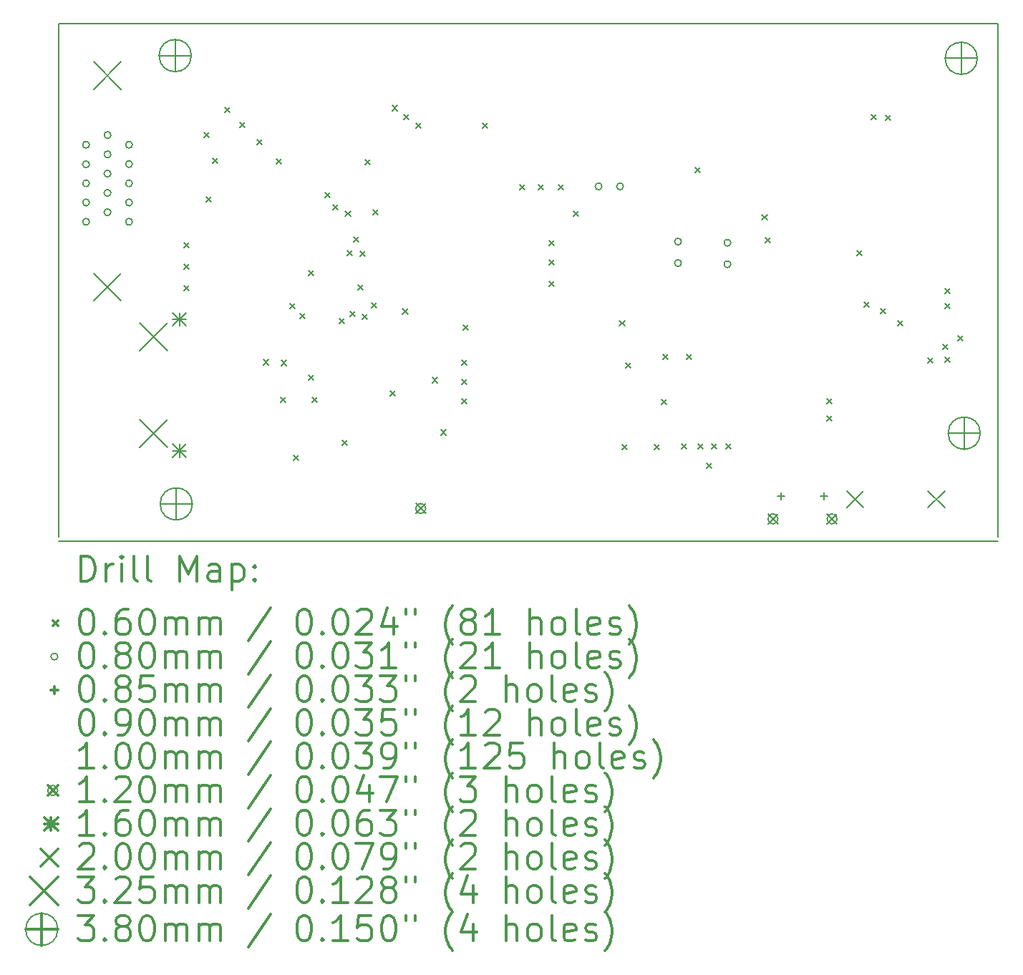
<source format=gbr>
%FSLAX45Y45*%
G04 Gerber Fmt 4.5, Leading zero omitted, Abs format (unit mm)*
G04 Created by KiCad (PCBNEW (2014-08-12 BZR 5067)-product) date sáb 27 sep 2014 09:39:33 ART*
%MOMM*%
G01*
G04 APERTURE LIST*
%ADD10C,0.127000*%
%ADD11C,0.149860*%
%ADD12C,0.200000*%
%ADD13C,0.300000*%
G04 APERTURE END LIST*
D10*
D11*
X9242425Y-7013575D02*
X20354925Y-7013575D01*
X9242425Y-13084175D02*
X9242425Y-7013575D01*
X20354925Y-13134975D02*
X9242425Y-13134975D01*
X20354925Y-7013575D02*
X20354925Y-13084175D01*
D12*
X10723725Y-9599775D02*
X10783725Y-9659775D01*
X10783725Y-9599775D02*
X10723725Y-9659775D01*
X10723725Y-9853775D02*
X10783725Y-9913775D01*
X10783725Y-9853775D02*
X10723725Y-9913775D01*
X10723725Y-10107775D02*
X10783725Y-10167775D01*
X10783725Y-10107775D02*
X10723725Y-10167775D01*
X10961850Y-8301200D02*
X11021850Y-8361200D01*
X11021850Y-8301200D02*
X10961850Y-8361200D01*
X10987250Y-9063200D02*
X11047250Y-9123200D01*
X11047250Y-9063200D02*
X10987250Y-9123200D01*
X11063450Y-8606000D02*
X11123450Y-8666000D01*
X11123450Y-8606000D02*
X11063450Y-8666000D01*
X11206325Y-7999575D02*
X11266325Y-8059575D01*
X11266325Y-7999575D02*
X11206325Y-8059575D01*
X11384125Y-8177375D02*
X11444125Y-8237375D01*
X11444125Y-8177375D02*
X11384125Y-8237375D01*
X11587325Y-8380575D02*
X11647325Y-8440575D01*
X11647325Y-8380575D02*
X11587325Y-8440575D01*
X11669875Y-10987885D02*
X11729875Y-11047885D01*
X11729875Y-10987885D02*
X11669875Y-11047885D01*
X11815925Y-8609175D02*
X11875925Y-8669175D01*
X11875925Y-8609175D02*
X11815925Y-8669175D01*
X11866725Y-11428575D02*
X11926725Y-11488575D01*
X11926725Y-11428575D02*
X11866725Y-11488575D01*
X11881330Y-10996140D02*
X11941330Y-11056140D01*
X11941330Y-10996140D02*
X11881330Y-11056140D01*
X11982930Y-10323040D02*
X12042930Y-10383040D01*
X12042930Y-10323040D02*
X11982930Y-10383040D01*
X12019125Y-12114375D02*
X12079125Y-12174375D01*
X12079125Y-12114375D02*
X12019125Y-12174375D01*
X12099770Y-10442420D02*
X12159770Y-10502420D01*
X12159770Y-10442420D02*
X12099770Y-10502420D01*
X12196925Y-9929975D02*
X12256925Y-9989975D01*
X12256925Y-9929975D02*
X12196925Y-9989975D01*
X12201370Y-11171400D02*
X12261370Y-11231400D01*
X12261370Y-11171400D02*
X12201370Y-11231400D01*
X12242010Y-11430480D02*
X12302010Y-11490480D01*
X12302010Y-11430480D02*
X12242010Y-11490480D01*
X12392505Y-9010495D02*
X12452505Y-9070495D01*
X12452505Y-9010495D02*
X12392505Y-9070495D01*
X12489025Y-9152735D02*
X12549025Y-9212735D01*
X12549025Y-9152735D02*
X12489025Y-9212735D01*
X12568400Y-10504650D02*
X12628400Y-10564650D01*
X12628400Y-10504650D02*
X12568400Y-10564650D01*
X12600150Y-11939750D02*
X12660150Y-11999750D01*
X12660150Y-11939750D02*
X12600150Y-11999750D01*
X12636345Y-9231475D02*
X12696345Y-9291475D01*
X12696345Y-9231475D02*
X12636345Y-9291475D01*
X12654125Y-9695025D02*
X12714125Y-9755025D01*
X12714125Y-9695025D02*
X12654125Y-9755025D01*
X12689050Y-10415750D02*
X12749050Y-10475750D01*
X12749050Y-10415750D02*
X12689050Y-10475750D01*
X12733500Y-9533100D02*
X12793500Y-9593100D01*
X12793500Y-9533100D02*
X12733500Y-9593100D01*
X12783030Y-10102060D02*
X12843030Y-10162060D01*
X12843030Y-10102060D02*
X12783030Y-10162060D01*
X12806525Y-9701375D02*
X12866525Y-9761375D01*
X12866525Y-9701375D02*
X12806525Y-9761375D01*
X12835100Y-10453850D02*
X12895100Y-10513850D01*
X12895100Y-10453850D02*
X12835100Y-10513850D01*
X12867485Y-8621875D02*
X12927485Y-8681875D01*
X12927485Y-8621875D02*
X12867485Y-8681875D01*
X12943050Y-10317960D02*
X13003050Y-10377960D01*
X13003050Y-10317960D02*
X12943050Y-10377960D01*
X12965275Y-9212425D02*
X13025275Y-9272425D01*
X13025275Y-9212425D02*
X12965275Y-9272425D01*
X13169110Y-11356820D02*
X13229110Y-11416820D01*
X13229110Y-11356820D02*
X13169110Y-11416820D01*
X13190065Y-7981795D02*
X13250065Y-8041795D01*
X13250065Y-7981795D02*
X13190065Y-8041795D01*
X13313890Y-10386540D02*
X13373890Y-10446540D01*
X13373890Y-10386540D02*
X13313890Y-10446540D01*
X13324685Y-8085935D02*
X13384685Y-8145935D01*
X13384685Y-8085935D02*
X13324685Y-8145935D01*
X13469465Y-8187535D02*
X13529465Y-8247535D01*
X13529465Y-8187535D02*
X13469465Y-8247535D01*
X13666950Y-11199340D02*
X13726950Y-11259340D01*
X13726950Y-11199340D02*
X13666950Y-11259340D01*
X13764105Y-11817195D02*
X13824105Y-11877195D01*
X13824105Y-11817195D02*
X13764105Y-11877195D01*
X14009850Y-10993600D02*
X14069850Y-11053600D01*
X14069850Y-10993600D02*
X14009850Y-11053600D01*
X14009850Y-11222200D02*
X14069850Y-11282200D01*
X14069850Y-11222200D02*
X14009850Y-11282200D01*
X14009850Y-11450800D02*
X14069850Y-11510800D01*
X14069850Y-11450800D02*
X14009850Y-11510800D01*
X14032710Y-10574500D02*
X14092710Y-10634500D01*
X14092710Y-10574500D02*
X14032710Y-10634500D01*
X14259405Y-8190075D02*
X14319405Y-8250075D01*
X14319405Y-8190075D02*
X14259405Y-8250075D01*
X14698825Y-8920325D02*
X14758825Y-8980325D01*
X14758825Y-8920325D02*
X14698825Y-8980325D01*
X14914725Y-8920325D02*
X14974725Y-8980325D01*
X14974725Y-8920325D02*
X14914725Y-8980325D01*
X15041725Y-9574375D02*
X15101725Y-9634375D01*
X15101725Y-9574375D02*
X15041725Y-9634375D01*
X15041725Y-9802975D02*
X15101725Y-9862975D01*
X15101725Y-9802975D02*
X15041725Y-9862975D01*
X15041725Y-10056975D02*
X15101725Y-10116975D01*
X15101725Y-10056975D02*
X15041725Y-10116975D01*
X15156025Y-8920325D02*
X15216025Y-8980325D01*
X15216025Y-8920325D02*
X15156025Y-8980325D01*
X15333825Y-9231475D02*
X15393825Y-9291475D01*
X15393825Y-9231475D02*
X15333825Y-9291475D01*
X15879290Y-10526240D02*
X15939290Y-10586240D01*
X15939290Y-10526240D02*
X15879290Y-10586240D01*
X15905325Y-11987375D02*
X15965325Y-12047375D01*
X15965325Y-11987375D02*
X15905325Y-12047375D01*
X15950410Y-11026620D02*
X16010410Y-11086620D01*
X16010410Y-11026620D02*
X15950410Y-11086620D01*
X16286325Y-11987375D02*
X16346325Y-12047375D01*
X16346325Y-11987375D02*
X16286325Y-12047375D01*
X16375225Y-11453975D02*
X16435225Y-11513975D01*
X16435225Y-11453975D02*
X16375225Y-11513975D01*
X16387925Y-10920575D02*
X16447925Y-10980575D01*
X16447925Y-10920575D02*
X16387925Y-10980575D01*
X16613350Y-11984200D02*
X16673350Y-12044200D01*
X16673350Y-11984200D02*
X16613350Y-12044200D01*
X16667325Y-10920575D02*
X16727325Y-10980575D01*
X16727325Y-10920575D02*
X16667325Y-10980575D01*
X16768925Y-8710775D02*
X16828925Y-8770775D01*
X16828925Y-8710775D02*
X16768925Y-8770775D01*
X16803850Y-11984200D02*
X16863850Y-12044200D01*
X16863850Y-11984200D02*
X16803850Y-12044200D01*
X16905450Y-12212800D02*
X16965450Y-12272800D01*
X16965450Y-12212800D02*
X16905450Y-12272800D01*
X16968950Y-11984200D02*
X17028950Y-12044200D01*
X17028950Y-11984200D02*
X16968950Y-12044200D01*
X17134050Y-11984200D02*
X17194050Y-12044200D01*
X17194050Y-11984200D02*
X17134050Y-12044200D01*
X17563945Y-9274655D02*
X17623945Y-9334655D01*
X17623945Y-9274655D02*
X17563945Y-9334655D01*
X17599505Y-9546435D02*
X17659505Y-9606435D01*
X17659505Y-9546435D02*
X17599505Y-9606435D01*
X18327850Y-11450800D02*
X18387850Y-11510800D01*
X18387850Y-11450800D02*
X18327850Y-11510800D01*
X18327850Y-11654000D02*
X18387850Y-11714000D01*
X18387850Y-11654000D02*
X18327850Y-11714000D01*
X18683450Y-9698200D02*
X18743450Y-9758200D01*
X18743450Y-9698200D02*
X18683450Y-9758200D01*
X18772350Y-10307800D02*
X18832350Y-10367800D01*
X18832350Y-10307800D02*
X18772350Y-10367800D01*
X18854265Y-8091015D02*
X18914265Y-8151015D01*
X18914265Y-8091015D02*
X18854265Y-8151015D01*
X18962850Y-10384000D02*
X19022850Y-10444000D01*
X19022850Y-10384000D02*
X18962850Y-10444000D01*
X19021905Y-8098635D02*
X19081905Y-8158635D01*
X19081905Y-8098635D02*
X19021905Y-8158635D01*
X19166050Y-10523700D02*
X19226050Y-10583700D01*
X19226050Y-10523700D02*
X19166050Y-10583700D01*
X19521650Y-10968200D02*
X19581650Y-11028200D01*
X19581650Y-10968200D02*
X19521650Y-11028200D01*
X19699450Y-10803100D02*
X19759450Y-10863100D01*
X19759450Y-10803100D02*
X19699450Y-10863100D01*
X19724850Y-10142700D02*
X19784850Y-10202700D01*
X19784850Y-10142700D02*
X19724850Y-10202700D01*
X19724850Y-10320500D02*
X19784850Y-10380500D01*
X19784850Y-10320500D02*
X19724850Y-10380500D01*
X19724850Y-10955500D02*
X19784850Y-11015500D01*
X19784850Y-10955500D02*
X19724850Y-11015500D01*
X19877250Y-10701500D02*
X19937250Y-10761500D01*
X19937250Y-10701500D02*
X19877250Y-10761500D01*
X9609450Y-8445200D02*
G75*
G03X9609450Y-8445200I-40000J0D01*
G74*
G01*
X9609450Y-8677200D02*
G75*
G03X9609450Y-8677200I-40000J0D01*
G74*
G01*
X9609450Y-8901200D02*
G75*
G03X9609450Y-8901200I-40000J0D01*
G74*
G01*
X9609450Y-9129200D02*
G75*
G03X9609450Y-9129200I-40000J0D01*
G74*
G01*
X9609450Y-9357200D02*
G75*
G03X9609450Y-9357200I-40000J0D01*
G74*
G01*
X9863450Y-8331200D02*
G75*
G03X9863450Y-8331200I-40000J0D01*
G74*
G01*
X9863450Y-8559200D02*
G75*
G03X9863450Y-8559200I-40000J0D01*
G74*
G01*
X9863450Y-8787200D02*
G75*
G03X9863450Y-8787200I-40000J0D01*
G74*
G01*
X9863450Y-9015200D02*
G75*
G03X9863450Y-9015200I-40000J0D01*
G74*
G01*
X9863450Y-9243200D02*
G75*
G03X9863450Y-9243200I-40000J0D01*
G74*
G01*
X10117450Y-8445200D02*
G75*
G03X10117450Y-8445200I-40000J0D01*
G74*
G01*
X10117450Y-8673200D02*
G75*
G03X10117450Y-8673200I-40000J0D01*
G74*
G01*
X10117450Y-8901200D02*
G75*
G03X10117450Y-8901200I-40000J0D01*
G74*
G01*
X10117450Y-9129200D02*
G75*
G03X10117450Y-9129200I-40000J0D01*
G74*
G01*
X10117450Y-9357200D02*
G75*
G03X10117450Y-9357200I-40000J0D01*
G74*
G01*
X15670525Y-8937625D02*
G75*
G03X15670525Y-8937625I-40000J0D01*
G74*
G01*
X15924525Y-8937625D02*
G75*
G03X15924525Y-8937625I-40000J0D01*
G74*
G01*
X16610325Y-9591675D02*
G75*
G03X16610325Y-9591675I-40000J0D01*
G74*
G01*
X16610325Y-9845675D02*
G75*
G03X16610325Y-9845675I-40000J0D01*
G74*
G01*
X17194525Y-9604375D02*
G75*
G03X17194525Y-9604375I-40000J0D01*
G74*
G01*
X17194525Y-9858375D02*
G75*
G03X17194525Y-9858375I-40000J0D01*
G74*
G01*
X17792890Y-12557680D02*
X17792890Y-12642680D01*
X17750390Y-12600180D02*
X17835390Y-12600180D01*
X18292890Y-12557680D02*
X18292890Y-12642680D01*
X18250390Y-12600180D02*
X18335390Y-12600180D01*
X13467525Y-12687625D02*
X13587525Y-12807625D01*
X13587525Y-12687625D02*
X13467525Y-12807625D01*
X13587525Y-12747625D02*
G75*
G03X13587525Y-12747625I-60000J0D01*
G74*
G01*
X17632890Y-12810180D02*
X17752890Y-12930180D01*
X17752890Y-12810180D02*
X17632890Y-12930180D01*
X17752890Y-12870180D02*
G75*
G03X17752890Y-12870180I-60000J0D01*
G74*
G01*
X18332890Y-12810180D02*
X18452890Y-12930180D01*
X18452890Y-12810180D02*
X18332890Y-12930180D01*
X18452890Y-12870180D02*
G75*
G03X18452890Y-12870180I-60000J0D01*
G74*
G01*
X10594525Y-10429625D02*
X10754525Y-10589625D01*
X10754525Y-10429625D02*
X10594525Y-10589625D01*
X10674525Y-10429625D02*
X10674525Y-10589625D01*
X10594525Y-10509625D02*
X10754525Y-10509625D01*
X10594525Y-11984625D02*
X10754525Y-12144625D01*
X10754525Y-11984625D02*
X10594525Y-12144625D01*
X10674525Y-11984625D02*
X10674525Y-12144625D01*
X10594525Y-12064625D02*
X10754525Y-12064625D01*
X18565250Y-12538000D02*
X18765250Y-12738000D01*
X18765250Y-12538000D02*
X18565250Y-12738000D01*
X19525250Y-12538000D02*
X19725250Y-12738000D01*
X19725250Y-12538000D02*
X19525250Y-12738000D01*
X9660950Y-7464700D02*
X9985950Y-7789700D01*
X9985950Y-7464700D02*
X9660950Y-7789700D01*
X9660950Y-9963700D02*
X9985950Y-10288700D01*
X9985950Y-9963700D02*
X9660950Y-10288700D01*
X10207025Y-10553125D02*
X10532025Y-10878125D01*
X10532025Y-10553125D02*
X10207025Y-10878125D01*
X10207025Y-11696125D02*
X10532025Y-12021125D01*
X10532025Y-11696125D02*
X10207025Y-12021125D01*
X10623550Y-7201400D02*
X10623550Y-7581400D01*
X10433550Y-7391400D02*
X10813550Y-7391400D01*
X10813550Y-7391400D02*
G75*
G03X10813550Y-7391400I-190000J0D01*
G74*
G01*
X10636250Y-12503650D02*
X10636250Y-12883650D01*
X10446250Y-12693650D02*
X10826250Y-12693650D01*
X10826250Y-12693650D02*
G75*
G03X10826250Y-12693650I-190000J0D01*
G74*
G01*
X19919950Y-7233150D02*
X19919950Y-7613150D01*
X19729950Y-7423150D02*
X20109950Y-7423150D01*
X20109950Y-7423150D02*
G75*
G03X20109950Y-7423150I-190000J0D01*
G74*
G01*
X19955510Y-11666720D02*
X19955510Y-12046720D01*
X19765510Y-11856720D02*
X20145510Y-11856720D01*
X20145510Y-11856720D02*
G75*
G03X20145510Y-11856720I-190000J0D01*
G74*
G01*
D13*
X9506361Y-13608182D02*
X9506361Y-13308182D01*
X9577789Y-13308182D01*
X9620646Y-13322468D01*
X9649218Y-13351039D01*
X9663503Y-13379611D01*
X9677789Y-13436754D01*
X9677789Y-13479611D01*
X9663503Y-13536754D01*
X9649218Y-13565325D01*
X9620646Y-13593897D01*
X9577789Y-13608182D01*
X9506361Y-13608182D01*
X9806361Y-13608182D02*
X9806361Y-13408182D01*
X9806361Y-13465325D02*
X9820646Y-13436754D01*
X9834932Y-13422468D01*
X9863503Y-13408182D01*
X9892075Y-13408182D01*
X9992075Y-13608182D02*
X9992075Y-13408182D01*
X9992075Y-13308182D02*
X9977789Y-13322468D01*
X9992075Y-13336754D01*
X10006361Y-13322468D01*
X9992075Y-13308182D01*
X9992075Y-13336754D01*
X10177789Y-13608182D02*
X10149218Y-13593897D01*
X10134932Y-13565325D01*
X10134932Y-13308182D01*
X10334932Y-13608182D02*
X10306361Y-13593897D01*
X10292075Y-13565325D01*
X10292075Y-13308182D01*
X10677789Y-13608182D02*
X10677789Y-13308182D01*
X10777789Y-13522468D01*
X10877789Y-13308182D01*
X10877789Y-13608182D01*
X11149218Y-13608182D02*
X11149218Y-13451039D01*
X11134932Y-13422468D01*
X11106361Y-13408182D01*
X11049218Y-13408182D01*
X11020646Y-13422468D01*
X11149218Y-13593897D02*
X11120646Y-13608182D01*
X11049218Y-13608182D01*
X11020646Y-13593897D01*
X11006361Y-13565325D01*
X11006361Y-13536754D01*
X11020646Y-13508182D01*
X11049218Y-13493897D01*
X11120646Y-13493897D01*
X11149218Y-13479611D01*
X11292075Y-13408182D02*
X11292075Y-13708182D01*
X11292075Y-13422468D02*
X11320646Y-13408182D01*
X11377789Y-13408182D01*
X11406360Y-13422468D01*
X11420646Y-13436754D01*
X11434932Y-13465325D01*
X11434932Y-13551039D01*
X11420646Y-13579611D01*
X11406360Y-13593897D01*
X11377789Y-13608182D01*
X11320646Y-13608182D01*
X11292075Y-13593897D01*
X11563503Y-13579611D02*
X11577789Y-13593897D01*
X11563503Y-13608182D01*
X11549218Y-13593897D01*
X11563503Y-13579611D01*
X11563503Y-13608182D01*
X11563503Y-13422468D02*
X11577789Y-13436754D01*
X11563503Y-13451039D01*
X11549218Y-13436754D01*
X11563503Y-13422468D01*
X11563503Y-13451039D01*
X9174932Y-14072468D02*
X9234932Y-14132468D01*
X9234932Y-14072468D02*
X9174932Y-14132468D01*
X9563503Y-13938182D02*
X9592075Y-13938182D01*
X9620646Y-13952468D01*
X9634932Y-13966754D01*
X9649218Y-13995325D01*
X9663503Y-14052468D01*
X9663503Y-14123897D01*
X9649218Y-14181039D01*
X9634932Y-14209611D01*
X9620646Y-14223897D01*
X9592075Y-14238182D01*
X9563503Y-14238182D01*
X9534932Y-14223897D01*
X9520646Y-14209611D01*
X9506361Y-14181039D01*
X9492075Y-14123897D01*
X9492075Y-14052468D01*
X9506361Y-13995325D01*
X9520646Y-13966754D01*
X9534932Y-13952468D01*
X9563503Y-13938182D01*
X9792075Y-14209611D02*
X9806361Y-14223897D01*
X9792075Y-14238182D01*
X9777789Y-14223897D01*
X9792075Y-14209611D01*
X9792075Y-14238182D01*
X10063503Y-13938182D02*
X10006360Y-13938182D01*
X9977789Y-13952468D01*
X9963503Y-13966754D01*
X9934932Y-14009611D01*
X9920646Y-14066754D01*
X9920646Y-14181039D01*
X9934932Y-14209611D01*
X9949218Y-14223897D01*
X9977789Y-14238182D01*
X10034932Y-14238182D01*
X10063503Y-14223897D01*
X10077789Y-14209611D01*
X10092075Y-14181039D01*
X10092075Y-14109611D01*
X10077789Y-14081039D01*
X10063503Y-14066754D01*
X10034932Y-14052468D01*
X9977789Y-14052468D01*
X9949218Y-14066754D01*
X9934932Y-14081039D01*
X9920646Y-14109611D01*
X10277789Y-13938182D02*
X10306361Y-13938182D01*
X10334932Y-13952468D01*
X10349218Y-13966754D01*
X10363503Y-13995325D01*
X10377789Y-14052468D01*
X10377789Y-14123897D01*
X10363503Y-14181039D01*
X10349218Y-14209611D01*
X10334932Y-14223897D01*
X10306361Y-14238182D01*
X10277789Y-14238182D01*
X10249218Y-14223897D01*
X10234932Y-14209611D01*
X10220646Y-14181039D01*
X10206361Y-14123897D01*
X10206361Y-14052468D01*
X10220646Y-13995325D01*
X10234932Y-13966754D01*
X10249218Y-13952468D01*
X10277789Y-13938182D01*
X10506361Y-14238182D02*
X10506361Y-14038182D01*
X10506361Y-14066754D02*
X10520646Y-14052468D01*
X10549218Y-14038182D01*
X10592075Y-14038182D01*
X10620646Y-14052468D01*
X10634932Y-14081039D01*
X10634932Y-14238182D01*
X10634932Y-14081039D02*
X10649218Y-14052468D01*
X10677789Y-14038182D01*
X10720646Y-14038182D01*
X10749218Y-14052468D01*
X10763503Y-14081039D01*
X10763503Y-14238182D01*
X10906361Y-14238182D02*
X10906361Y-14038182D01*
X10906361Y-14066754D02*
X10920646Y-14052468D01*
X10949218Y-14038182D01*
X10992075Y-14038182D01*
X11020646Y-14052468D01*
X11034932Y-14081039D01*
X11034932Y-14238182D01*
X11034932Y-14081039D02*
X11049218Y-14052468D01*
X11077789Y-14038182D01*
X11120646Y-14038182D01*
X11149218Y-14052468D01*
X11163503Y-14081039D01*
X11163503Y-14238182D01*
X11749218Y-13923897D02*
X11492075Y-14309611D01*
X12134932Y-13938182D02*
X12163503Y-13938182D01*
X12192075Y-13952468D01*
X12206360Y-13966754D01*
X12220646Y-13995325D01*
X12234932Y-14052468D01*
X12234932Y-14123897D01*
X12220646Y-14181039D01*
X12206360Y-14209611D01*
X12192075Y-14223897D01*
X12163503Y-14238182D01*
X12134932Y-14238182D01*
X12106360Y-14223897D01*
X12092075Y-14209611D01*
X12077789Y-14181039D01*
X12063503Y-14123897D01*
X12063503Y-14052468D01*
X12077789Y-13995325D01*
X12092075Y-13966754D01*
X12106360Y-13952468D01*
X12134932Y-13938182D01*
X12363503Y-14209611D02*
X12377789Y-14223897D01*
X12363503Y-14238182D01*
X12349218Y-14223897D01*
X12363503Y-14209611D01*
X12363503Y-14238182D01*
X12563503Y-13938182D02*
X12592075Y-13938182D01*
X12620646Y-13952468D01*
X12634932Y-13966754D01*
X12649217Y-13995325D01*
X12663503Y-14052468D01*
X12663503Y-14123897D01*
X12649217Y-14181039D01*
X12634932Y-14209611D01*
X12620646Y-14223897D01*
X12592075Y-14238182D01*
X12563503Y-14238182D01*
X12534932Y-14223897D01*
X12520646Y-14209611D01*
X12506360Y-14181039D01*
X12492075Y-14123897D01*
X12492075Y-14052468D01*
X12506360Y-13995325D01*
X12520646Y-13966754D01*
X12534932Y-13952468D01*
X12563503Y-13938182D01*
X12777789Y-13966754D02*
X12792075Y-13952468D01*
X12820646Y-13938182D01*
X12892075Y-13938182D01*
X12920646Y-13952468D01*
X12934932Y-13966754D01*
X12949217Y-13995325D01*
X12949217Y-14023897D01*
X12934932Y-14066754D01*
X12763503Y-14238182D01*
X12949217Y-14238182D01*
X13206360Y-14038182D02*
X13206360Y-14238182D01*
X13134932Y-13923897D02*
X13063503Y-14138182D01*
X13249217Y-14138182D01*
X13349218Y-13938182D02*
X13349218Y-13995325D01*
X13463503Y-13938182D02*
X13463503Y-13995325D01*
X13906360Y-14352468D02*
X13892075Y-14338182D01*
X13863503Y-14295325D01*
X13849217Y-14266754D01*
X13834932Y-14223897D01*
X13820646Y-14152468D01*
X13820646Y-14095325D01*
X13834932Y-14023897D01*
X13849217Y-13981039D01*
X13863503Y-13952468D01*
X13892075Y-13909611D01*
X13906360Y-13895325D01*
X14063503Y-14066754D02*
X14034932Y-14052468D01*
X14020646Y-14038182D01*
X14006360Y-14009611D01*
X14006360Y-13995325D01*
X14020646Y-13966754D01*
X14034932Y-13952468D01*
X14063503Y-13938182D01*
X14120646Y-13938182D01*
X14149217Y-13952468D01*
X14163503Y-13966754D01*
X14177789Y-13995325D01*
X14177789Y-14009611D01*
X14163503Y-14038182D01*
X14149217Y-14052468D01*
X14120646Y-14066754D01*
X14063503Y-14066754D01*
X14034932Y-14081039D01*
X14020646Y-14095325D01*
X14006360Y-14123897D01*
X14006360Y-14181039D01*
X14020646Y-14209611D01*
X14034932Y-14223897D01*
X14063503Y-14238182D01*
X14120646Y-14238182D01*
X14149217Y-14223897D01*
X14163503Y-14209611D01*
X14177789Y-14181039D01*
X14177789Y-14123897D01*
X14163503Y-14095325D01*
X14149217Y-14081039D01*
X14120646Y-14066754D01*
X14463503Y-14238182D02*
X14292075Y-14238182D01*
X14377789Y-14238182D02*
X14377789Y-13938182D01*
X14349217Y-13981039D01*
X14320646Y-14009611D01*
X14292075Y-14023897D01*
X14820646Y-14238182D02*
X14820646Y-13938182D01*
X14949217Y-14238182D02*
X14949217Y-14081039D01*
X14934932Y-14052468D01*
X14906360Y-14038182D01*
X14863503Y-14038182D01*
X14834932Y-14052468D01*
X14820646Y-14066754D01*
X15134932Y-14238182D02*
X15106360Y-14223897D01*
X15092075Y-14209611D01*
X15077789Y-14181039D01*
X15077789Y-14095325D01*
X15092075Y-14066754D01*
X15106360Y-14052468D01*
X15134932Y-14038182D01*
X15177789Y-14038182D01*
X15206360Y-14052468D01*
X15220646Y-14066754D01*
X15234932Y-14095325D01*
X15234932Y-14181039D01*
X15220646Y-14209611D01*
X15206360Y-14223897D01*
X15177789Y-14238182D01*
X15134932Y-14238182D01*
X15406360Y-14238182D02*
X15377789Y-14223897D01*
X15363503Y-14195325D01*
X15363503Y-13938182D01*
X15634932Y-14223897D02*
X15606360Y-14238182D01*
X15549218Y-14238182D01*
X15520646Y-14223897D01*
X15506360Y-14195325D01*
X15506360Y-14081039D01*
X15520646Y-14052468D01*
X15549218Y-14038182D01*
X15606360Y-14038182D01*
X15634932Y-14052468D01*
X15649218Y-14081039D01*
X15649218Y-14109611D01*
X15506360Y-14138182D01*
X15763503Y-14223897D02*
X15792075Y-14238182D01*
X15849218Y-14238182D01*
X15877789Y-14223897D01*
X15892075Y-14195325D01*
X15892075Y-14181039D01*
X15877789Y-14152468D01*
X15849218Y-14138182D01*
X15806360Y-14138182D01*
X15777789Y-14123897D01*
X15763503Y-14095325D01*
X15763503Y-14081039D01*
X15777789Y-14052468D01*
X15806360Y-14038182D01*
X15849218Y-14038182D01*
X15877789Y-14052468D01*
X15992075Y-14352468D02*
X16006360Y-14338182D01*
X16034932Y-14295325D01*
X16049218Y-14266754D01*
X16063503Y-14223897D01*
X16077789Y-14152468D01*
X16077789Y-14095325D01*
X16063503Y-14023897D01*
X16049218Y-13981039D01*
X16034932Y-13952468D01*
X16006360Y-13909611D01*
X15992075Y-13895325D01*
D12*
X9234932Y-14498468D02*
G75*
G03X9234932Y-14498468I-40000J0D01*
G74*
G01*
D13*
X9563503Y-14334182D02*
X9592075Y-14334182D01*
X9620646Y-14348468D01*
X9634932Y-14362754D01*
X9649218Y-14391325D01*
X9663503Y-14448468D01*
X9663503Y-14519897D01*
X9649218Y-14577039D01*
X9634932Y-14605611D01*
X9620646Y-14619897D01*
X9592075Y-14634182D01*
X9563503Y-14634182D01*
X9534932Y-14619897D01*
X9520646Y-14605611D01*
X9506361Y-14577039D01*
X9492075Y-14519897D01*
X9492075Y-14448468D01*
X9506361Y-14391325D01*
X9520646Y-14362754D01*
X9534932Y-14348468D01*
X9563503Y-14334182D01*
X9792075Y-14605611D02*
X9806361Y-14619897D01*
X9792075Y-14634182D01*
X9777789Y-14619897D01*
X9792075Y-14605611D01*
X9792075Y-14634182D01*
X9977789Y-14462754D02*
X9949218Y-14448468D01*
X9934932Y-14434182D01*
X9920646Y-14405611D01*
X9920646Y-14391325D01*
X9934932Y-14362754D01*
X9949218Y-14348468D01*
X9977789Y-14334182D01*
X10034932Y-14334182D01*
X10063503Y-14348468D01*
X10077789Y-14362754D01*
X10092075Y-14391325D01*
X10092075Y-14405611D01*
X10077789Y-14434182D01*
X10063503Y-14448468D01*
X10034932Y-14462754D01*
X9977789Y-14462754D01*
X9949218Y-14477039D01*
X9934932Y-14491325D01*
X9920646Y-14519897D01*
X9920646Y-14577039D01*
X9934932Y-14605611D01*
X9949218Y-14619897D01*
X9977789Y-14634182D01*
X10034932Y-14634182D01*
X10063503Y-14619897D01*
X10077789Y-14605611D01*
X10092075Y-14577039D01*
X10092075Y-14519897D01*
X10077789Y-14491325D01*
X10063503Y-14477039D01*
X10034932Y-14462754D01*
X10277789Y-14334182D02*
X10306361Y-14334182D01*
X10334932Y-14348468D01*
X10349218Y-14362754D01*
X10363503Y-14391325D01*
X10377789Y-14448468D01*
X10377789Y-14519897D01*
X10363503Y-14577039D01*
X10349218Y-14605611D01*
X10334932Y-14619897D01*
X10306361Y-14634182D01*
X10277789Y-14634182D01*
X10249218Y-14619897D01*
X10234932Y-14605611D01*
X10220646Y-14577039D01*
X10206361Y-14519897D01*
X10206361Y-14448468D01*
X10220646Y-14391325D01*
X10234932Y-14362754D01*
X10249218Y-14348468D01*
X10277789Y-14334182D01*
X10506361Y-14634182D02*
X10506361Y-14434182D01*
X10506361Y-14462754D02*
X10520646Y-14448468D01*
X10549218Y-14434182D01*
X10592075Y-14434182D01*
X10620646Y-14448468D01*
X10634932Y-14477039D01*
X10634932Y-14634182D01*
X10634932Y-14477039D02*
X10649218Y-14448468D01*
X10677789Y-14434182D01*
X10720646Y-14434182D01*
X10749218Y-14448468D01*
X10763503Y-14477039D01*
X10763503Y-14634182D01*
X10906361Y-14634182D02*
X10906361Y-14434182D01*
X10906361Y-14462754D02*
X10920646Y-14448468D01*
X10949218Y-14434182D01*
X10992075Y-14434182D01*
X11020646Y-14448468D01*
X11034932Y-14477039D01*
X11034932Y-14634182D01*
X11034932Y-14477039D02*
X11049218Y-14448468D01*
X11077789Y-14434182D01*
X11120646Y-14434182D01*
X11149218Y-14448468D01*
X11163503Y-14477039D01*
X11163503Y-14634182D01*
X11749218Y-14319897D02*
X11492075Y-14705611D01*
X12134932Y-14334182D02*
X12163503Y-14334182D01*
X12192075Y-14348468D01*
X12206360Y-14362754D01*
X12220646Y-14391325D01*
X12234932Y-14448468D01*
X12234932Y-14519897D01*
X12220646Y-14577039D01*
X12206360Y-14605611D01*
X12192075Y-14619897D01*
X12163503Y-14634182D01*
X12134932Y-14634182D01*
X12106360Y-14619897D01*
X12092075Y-14605611D01*
X12077789Y-14577039D01*
X12063503Y-14519897D01*
X12063503Y-14448468D01*
X12077789Y-14391325D01*
X12092075Y-14362754D01*
X12106360Y-14348468D01*
X12134932Y-14334182D01*
X12363503Y-14605611D02*
X12377789Y-14619897D01*
X12363503Y-14634182D01*
X12349218Y-14619897D01*
X12363503Y-14605611D01*
X12363503Y-14634182D01*
X12563503Y-14334182D02*
X12592075Y-14334182D01*
X12620646Y-14348468D01*
X12634932Y-14362754D01*
X12649217Y-14391325D01*
X12663503Y-14448468D01*
X12663503Y-14519897D01*
X12649217Y-14577039D01*
X12634932Y-14605611D01*
X12620646Y-14619897D01*
X12592075Y-14634182D01*
X12563503Y-14634182D01*
X12534932Y-14619897D01*
X12520646Y-14605611D01*
X12506360Y-14577039D01*
X12492075Y-14519897D01*
X12492075Y-14448468D01*
X12506360Y-14391325D01*
X12520646Y-14362754D01*
X12534932Y-14348468D01*
X12563503Y-14334182D01*
X12763503Y-14334182D02*
X12949217Y-14334182D01*
X12849217Y-14448468D01*
X12892075Y-14448468D01*
X12920646Y-14462754D01*
X12934932Y-14477039D01*
X12949217Y-14505611D01*
X12949217Y-14577039D01*
X12934932Y-14605611D01*
X12920646Y-14619897D01*
X12892075Y-14634182D01*
X12806360Y-14634182D01*
X12777789Y-14619897D01*
X12763503Y-14605611D01*
X13234932Y-14634182D02*
X13063503Y-14634182D01*
X13149217Y-14634182D02*
X13149217Y-14334182D01*
X13120646Y-14377039D01*
X13092075Y-14405611D01*
X13063503Y-14419897D01*
X13349218Y-14334182D02*
X13349218Y-14391325D01*
X13463503Y-14334182D02*
X13463503Y-14391325D01*
X13906360Y-14748468D02*
X13892075Y-14734182D01*
X13863503Y-14691325D01*
X13849217Y-14662754D01*
X13834932Y-14619897D01*
X13820646Y-14548468D01*
X13820646Y-14491325D01*
X13834932Y-14419897D01*
X13849217Y-14377039D01*
X13863503Y-14348468D01*
X13892075Y-14305611D01*
X13906360Y-14291325D01*
X14006360Y-14362754D02*
X14020646Y-14348468D01*
X14049217Y-14334182D01*
X14120646Y-14334182D01*
X14149217Y-14348468D01*
X14163503Y-14362754D01*
X14177789Y-14391325D01*
X14177789Y-14419897D01*
X14163503Y-14462754D01*
X13992075Y-14634182D01*
X14177789Y-14634182D01*
X14463503Y-14634182D02*
X14292075Y-14634182D01*
X14377789Y-14634182D02*
X14377789Y-14334182D01*
X14349217Y-14377039D01*
X14320646Y-14405611D01*
X14292075Y-14419897D01*
X14820646Y-14634182D02*
X14820646Y-14334182D01*
X14949217Y-14634182D02*
X14949217Y-14477039D01*
X14934932Y-14448468D01*
X14906360Y-14434182D01*
X14863503Y-14434182D01*
X14834932Y-14448468D01*
X14820646Y-14462754D01*
X15134932Y-14634182D02*
X15106360Y-14619897D01*
X15092075Y-14605611D01*
X15077789Y-14577039D01*
X15077789Y-14491325D01*
X15092075Y-14462754D01*
X15106360Y-14448468D01*
X15134932Y-14434182D01*
X15177789Y-14434182D01*
X15206360Y-14448468D01*
X15220646Y-14462754D01*
X15234932Y-14491325D01*
X15234932Y-14577039D01*
X15220646Y-14605611D01*
X15206360Y-14619897D01*
X15177789Y-14634182D01*
X15134932Y-14634182D01*
X15406360Y-14634182D02*
X15377789Y-14619897D01*
X15363503Y-14591325D01*
X15363503Y-14334182D01*
X15634932Y-14619897D02*
X15606360Y-14634182D01*
X15549218Y-14634182D01*
X15520646Y-14619897D01*
X15506360Y-14591325D01*
X15506360Y-14477039D01*
X15520646Y-14448468D01*
X15549218Y-14434182D01*
X15606360Y-14434182D01*
X15634932Y-14448468D01*
X15649218Y-14477039D01*
X15649218Y-14505611D01*
X15506360Y-14534182D01*
X15763503Y-14619897D02*
X15792075Y-14634182D01*
X15849218Y-14634182D01*
X15877789Y-14619897D01*
X15892075Y-14591325D01*
X15892075Y-14577039D01*
X15877789Y-14548468D01*
X15849218Y-14534182D01*
X15806360Y-14534182D01*
X15777789Y-14519897D01*
X15763503Y-14491325D01*
X15763503Y-14477039D01*
X15777789Y-14448468D01*
X15806360Y-14434182D01*
X15849218Y-14434182D01*
X15877789Y-14448468D01*
X15992075Y-14748468D02*
X16006360Y-14734182D01*
X16034932Y-14691325D01*
X16049218Y-14662754D01*
X16063503Y-14619897D01*
X16077789Y-14548468D01*
X16077789Y-14491325D01*
X16063503Y-14419897D01*
X16049218Y-14377039D01*
X16034932Y-14348468D01*
X16006360Y-14305611D01*
X15992075Y-14291325D01*
X9192432Y-14851968D02*
X9192432Y-14936968D01*
X9149932Y-14894468D02*
X9234932Y-14894468D01*
X9563503Y-14730182D02*
X9592075Y-14730182D01*
X9620646Y-14744468D01*
X9634932Y-14758754D01*
X9649218Y-14787325D01*
X9663503Y-14844468D01*
X9663503Y-14915897D01*
X9649218Y-14973039D01*
X9634932Y-15001611D01*
X9620646Y-15015897D01*
X9592075Y-15030182D01*
X9563503Y-15030182D01*
X9534932Y-15015897D01*
X9520646Y-15001611D01*
X9506361Y-14973039D01*
X9492075Y-14915897D01*
X9492075Y-14844468D01*
X9506361Y-14787325D01*
X9520646Y-14758754D01*
X9534932Y-14744468D01*
X9563503Y-14730182D01*
X9792075Y-15001611D02*
X9806361Y-15015897D01*
X9792075Y-15030182D01*
X9777789Y-15015897D01*
X9792075Y-15001611D01*
X9792075Y-15030182D01*
X9977789Y-14858754D02*
X9949218Y-14844468D01*
X9934932Y-14830182D01*
X9920646Y-14801611D01*
X9920646Y-14787325D01*
X9934932Y-14758754D01*
X9949218Y-14744468D01*
X9977789Y-14730182D01*
X10034932Y-14730182D01*
X10063503Y-14744468D01*
X10077789Y-14758754D01*
X10092075Y-14787325D01*
X10092075Y-14801611D01*
X10077789Y-14830182D01*
X10063503Y-14844468D01*
X10034932Y-14858754D01*
X9977789Y-14858754D01*
X9949218Y-14873039D01*
X9934932Y-14887325D01*
X9920646Y-14915897D01*
X9920646Y-14973039D01*
X9934932Y-15001611D01*
X9949218Y-15015897D01*
X9977789Y-15030182D01*
X10034932Y-15030182D01*
X10063503Y-15015897D01*
X10077789Y-15001611D01*
X10092075Y-14973039D01*
X10092075Y-14915897D01*
X10077789Y-14887325D01*
X10063503Y-14873039D01*
X10034932Y-14858754D01*
X10363503Y-14730182D02*
X10220646Y-14730182D01*
X10206361Y-14873039D01*
X10220646Y-14858754D01*
X10249218Y-14844468D01*
X10320646Y-14844468D01*
X10349218Y-14858754D01*
X10363503Y-14873039D01*
X10377789Y-14901611D01*
X10377789Y-14973039D01*
X10363503Y-15001611D01*
X10349218Y-15015897D01*
X10320646Y-15030182D01*
X10249218Y-15030182D01*
X10220646Y-15015897D01*
X10206361Y-15001611D01*
X10506361Y-15030182D02*
X10506361Y-14830182D01*
X10506361Y-14858754D02*
X10520646Y-14844468D01*
X10549218Y-14830182D01*
X10592075Y-14830182D01*
X10620646Y-14844468D01*
X10634932Y-14873039D01*
X10634932Y-15030182D01*
X10634932Y-14873039D02*
X10649218Y-14844468D01*
X10677789Y-14830182D01*
X10720646Y-14830182D01*
X10749218Y-14844468D01*
X10763503Y-14873039D01*
X10763503Y-15030182D01*
X10906361Y-15030182D02*
X10906361Y-14830182D01*
X10906361Y-14858754D02*
X10920646Y-14844468D01*
X10949218Y-14830182D01*
X10992075Y-14830182D01*
X11020646Y-14844468D01*
X11034932Y-14873039D01*
X11034932Y-15030182D01*
X11034932Y-14873039D02*
X11049218Y-14844468D01*
X11077789Y-14830182D01*
X11120646Y-14830182D01*
X11149218Y-14844468D01*
X11163503Y-14873039D01*
X11163503Y-15030182D01*
X11749218Y-14715897D02*
X11492075Y-15101611D01*
X12134932Y-14730182D02*
X12163503Y-14730182D01*
X12192075Y-14744468D01*
X12206360Y-14758754D01*
X12220646Y-14787325D01*
X12234932Y-14844468D01*
X12234932Y-14915897D01*
X12220646Y-14973039D01*
X12206360Y-15001611D01*
X12192075Y-15015897D01*
X12163503Y-15030182D01*
X12134932Y-15030182D01*
X12106360Y-15015897D01*
X12092075Y-15001611D01*
X12077789Y-14973039D01*
X12063503Y-14915897D01*
X12063503Y-14844468D01*
X12077789Y-14787325D01*
X12092075Y-14758754D01*
X12106360Y-14744468D01*
X12134932Y-14730182D01*
X12363503Y-15001611D02*
X12377789Y-15015897D01*
X12363503Y-15030182D01*
X12349218Y-15015897D01*
X12363503Y-15001611D01*
X12363503Y-15030182D01*
X12563503Y-14730182D02*
X12592075Y-14730182D01*
X12620646Y-14744468D01*
X12634932Y-14758754D01*
X12649217Y-14787325D01*
X12663503Y-14844468D01*
X12663503Y-14915897D01*
X12649217Y-14973039D01*
X12634932Y-15001611D01*
X12620646Y-15015897D01*
X12592075Y-15030182D01*
X12563503Y-15030182D01*
X12534932Y-15015897D01*
X12520646Y-15001611D01*
X12506360Y-14973039D01*
X12492075Y-14915897D01*
X12492075Y-14844468D01*
X12506360Y-14787325D01*
X12520646Y-14758754D01*
X12534932Y-14744468D01*
X12563503Y-14730182D01*
X12763503Y-14730182D02*
X12949217Y-14730182D01*
X12849217Y-14844468D01*
X12892075Y-14844468D01*
X12920646Y-14858754D01*
X12934932Y-14873039D01*
X12949217Y-14901611D01*
X12949217Y-14973039D01*
X12934932Y-15001611D01*
X12920646Y-15015897D01*
X12892075Y-15030182D01*
X12806360Y-15030182D01*
X12777789Y-15015897D01*
X12763503Y-15001611D01*
X13049217Y-14730182D02*
X13234932Y-14730182D01*
X13134932Y-14844468D01*
X13177789Y-14844468D01*
X13206360Y-14858754D01*
X13220646Y-14873039D01*
X13234932Y-14901611D01*
X13234932Y-14973039D01*
X13220646Y-15001611D01*
X13206360Y-15015897D01*
X13177789Y-15030182D01*
X13092075Y-15030182D01*
X13063503Y-15015897D01*
X13049217Y-15001611D01*
X13349218Y-14730182D02*
X13349218Y-14787325D01*
X13463503Y-14730182D02*
X13463503Y-14787325D01*
X13906360Y-15144468D02*
X13892075Y-15130182D01*
X13863503Y-15087325D01*
X13849217Y-15058754D01*
X13834932Y-15015897D01*
X13820646Y-14944468D01*
X13820646Y-14887325D01*
X13834932Y-14815897D01*
X13849217Y-14773039D01*
X13863503Y-14744468D01*
X13892075Y-14701611D01*
X13906360Y-14687325D01*
X14006360Y-14758754D02*
X14020646Y-14744468D01*
X14049217Y-14730182D01*
X14120646Y-14730182D01*
X14149217Y-14744468D01*
X14163503Y-14758754D01*
X14177789Y-14787325D01*
X14177789Y-14815897D01*
X14163503Y-14858754D01*
X13992075Y-15030182D01*
X14177789Y-15030182D01*
X14534932Y-15030182D02*
X14534932Y-14730182D01*
X14663503Y-15030182D02*
X14663503Y-14873039D01*
X14649217Y-14844468D01*
X14620646Y-14830182D01*
X14577789Y-14830182D01*
X14549217Y-14844468D01*
X14534932Y-14858754D01*
X14849217Y-15030182D02*
X14820646Y-15015897D01*
X14806360Y-15001611D01*
X14792075Y-14973039D01*
X14792075Y-14887325D01*
X14806360Y-14858754D01*
X14820646Y-14844468D01*
X14849217Y-14830182D01*
X14892075Y-14830182D01*
X14920646Y-14844468D01*
X14934932Y-14858754D01*
X14949217Y-14887325D01*
X14949217Y-14973039D01*
X14934932Y-15001611D01*
X14920646Y-15015897D01*
X14892075Y-15030182D01*
X14849217Y-15030182D01*
X15120646Y-15030182D02*
X15092075Y-15015897D01*
X15077789Y-14987325D01*
X15077789Y-14730182D01*
X15349218Y-15015897D02*
X15320646Y-15030182D01*
X15263503Y-15030182D01*
X15234932Y-15015897D01*
X15220646Y-14987325D01*
X15220646Y-14873039D01*
X15234932Y-14844468D01*
X15263503Y-14830182D01*
X15320646Y-14830182D01*
X15349218Y-14844468D01*
X15363503Y-14873039D01*
X15363503Y-14901611D01*
X15220646Y-14930182D01*
X15477789Y-15015897D02*
X15506360Y-15030182D01*
X15563503Y-15030182D01*
X15592075Y-15015897D01*
X15606360Y-14987325D01*
X15606360Y-14973039D01*
X15592075Y-14944468D01*
X15563503Y-14930182D01*
X15520646Y-14930182D01*
X15492075Y-14915897D01*
X15477789Y-14887325D01*
X15477789Y-14873039D01*
X15492075Y-14844468D01*
X15520646Y-14830182D01*
X15563503Y-14830182D01*
X15592075Y-14844468D01*
X15706360Y-15144468D02*
X15720646Y-15130182D01*
X15749218Y-15087325D01*
X15763503Y-15058754D01*
X15777789Y-15015897D01*
X15792075Y-14944468D01*
X15792075Y-14887325D01*
X15777789Y-14815897D01*
X15763503Y-14773039D01*
X15749218Y-14744468D01*
X15720646Y-14701611D01*
X15706360Y-14687325D01*
D12*
D13*
X9563503Y-15126182D02*
X9592075Y-15126182D01*
X9620646Y-15140468D01*
X9634932Y-15154754D01*
X9649218Y-15183325D01*
X9663503Y-15240468D01*
X9663503Y-15311897D01*
X9649218Y-15369039D01*
X9634932Y-15397611D01*
X9620646Y-15411897D01*
X9592075Y-15426182D01*
X9563503Y-15426182D01*
X9534932Y-15411897D01*
X9520646Y-15397611D01*
X9506361Y-15369039D01*
X9492075Y-15311897D01*
X9492075Y-15240468D01*
X9506361Y-15183325D01*
X9520646Y-15154754D01*
X9534932Y-15140468D01*
X9563503Y-15126182D01*
X9792075Y-15397611D02*
X9806361Y-15411897D01*
X9792075Y-15426182D01*
X9777789Y-15411897D01*
X9792075Y-15397611D01*
X9792075Y-15426182D01*
X9949218Y-15426182D02*
X10006360Y-15426182D01*
X10034932Y-15411897D01*
X10049218Y-15397611D01*
X10077789Y-15354754D01*
X10092075Y-15297611D01*
X10092075Y-15183325D01*
X10077789Y-15154754D01*
X10063503Y-15140468D01*
X10034932Y-15126182D01*
X9977789Y-15126182D01*
X9949218Y-15140468D01*
X9934932Y-15154754D01*
X9920646Y-15183325D01*
X9920646Y-15254754D01*
X9934932Y-15283325D01*
X9949218Y-15297611D01*
X9977789Y-15311897D01*
X10034932Y-15311897D01*
X10063503Y-15297611D01*
X10077789Y-15283325D01*
X10092075Y-15254754D01*
X10277789Y-15126182D02*
X10306361Y-15126182D01*
X10334932Y-15140468D01*
X10349218Y-15154754D01*
X10363503Y-15183325D01*
X10377789Y-15240468D01*
X10377789Y-15311897D01*
X10363503Y-15369039D01*
X10349218Y-15397611D01*
X10334932Y-15411897D01*
X10306361Y-15426182D01*
X10277789Y-15426182D01*
X10249218Y-15411897D01*
X10234932Y-15397611D01*
X10220646Y-15369039D01*
X10206361Y-15311897D01*
X10206361Y-15240468D01*
X10220646Y-15183325D01*
X10234932Y-15154754D01*
X10249218Y-15140468D01*
X10277789Y-15126182D01*
X10506361Y-15426182D02*
X10506361Y-15226182D01*
X10506361Y-15254754D02*
X10520646Y-15240468D01*
X10549218Y-15226182D01*
X10592075Y-15226182D01*
X10620646Y-15240468D01*
X10634932Y-15269039D01*
X10634932Y-15426182D01*
X10634932Y-15269039D02*
X10649218Y-15240468D01*
X10677789Y-15226182D01*
X10720646Y-15226182D01*
X10749218Y-15240468D01*
X10763503Y-15269039D01*
X10763503Y-15426182D01*
X10906361Y-15426182D02*
X10906361Y-15226182D01*
X10906361Y-15254754D02*
X10920646Y-15240468D01*
X10949218Y-15226182D01*
X10992075Y-15226182D01*
X11020646Y-15240468D01*
X11034932Y-15269039D01*
X11034932Y-15426182D01*
X11034932Y-15269039D02*
X11049218Y-15240468D01*
X11077789Y-15226182D01*
X11120646Y-15226182D01*
X11149218Y-15240468D01*
X11163503Y-15269039D01*
X11163503Y-15426182D01*
X11749218Y-15111897D02*
X11492075Y-15497611D01*
X12134932Y-15126182D02*
X12163503Y-15126182D01*
X12192075Y-15140468D01*
X12206360Y-15154754D01*
X12220646Y-15183325D01*
X12234932Y-15240468D01*
X12234932Y-15311897D01*
X12220646Y-15369039D01*
X12206360Y-15397611D01*
X12192075Y-15411897D01*
X12163503Y-15426182D01*
X12134932Y-15426182D01*
X12106360Y-15411897D01*
X12092075Y-15397611D01*
X12077789Y-15369039D01*
X12063503Y-15311897D01*
X12063503Y-15240468D01*
X12077789Y-15183325D01*
X12092075Y-15154754D01*
X12106360Y-15140468D01*
X12134932Y-15126182D01*
X12363503Y-15397611D02*
X12377789Y-15411897D01*
X12363503Y-15426182D01*
X12349218Y-15411897D01*
X12363503Y-15397611D01*
X12363503Y-15426182D01*
X12563503Y-15126182D02*
X12592075Y-15126182D01*
X12620646Y-15140468D01*
X12634932Y-15154754D01*
X12649217Y-15183325D01*
X12663503Y-15240468D01*
X12663503Y-15311897D01*
X12649217Y-15369039D01*
X12634932Y-15397611D01*
X12620646Y-15411897D01*
X12592075Y-15426182D01*
X12563503Y-15426182D01*
X12534932Y-15411897D01*
X12520646Y-15397611D01*
X12506360Y-15369039D01*
X12492075Y-15311897D01*
X12492075Y-15240468D01*
X12506360Y-15183325D01*
X12520646Y-15154754D01*
X12534932Y-15140468D01*
X12563503Y-15126182D01*
X12763503Y-15126182D02*
X12949217Y-15126182D01*
X12849217Y-15240468D01*
X12892075Y-15240468D01*
X12920646Y-15254754D01*
X12934932Y-15269039D01*
X12949217Y-15297611D01*
X12949217Y-15369039D01*
X12934932Y-15397611D01*
X12920646Y-15411897D01*
X12892075Y-15426182D01*
X12806360Y-15426182D01*
X12777789Y-15411897D01*
X12763503Y-15397611D01*
X13220646Y-15126182D02*
X13077789Y-15126182D01*
X13063503Y-15269039D01*
X13077789Y-15254754D01*
X13106360Y-15240468D01*
X13177789Y-15240468D01*
X13206360Y-15254754D01*
X13220646Y-15269039D01*
X13234932Y-15297611D01*
X13234932Y-15369039D01*
X13220646Y-15397611D01*
X13206360Y-15411897D01*
X13177789Y-15426182D01*
X13106360Y-15426182D01*
X13077789Y-15411897D01*
X13063503Y-15397611D01*
X13349218Y-15126182D02*
X13349218Y-15183325D01*
X13463503Y-15126182D02*
X13463503Y-15183325D01*
X13906360Y-15540468D02*
X13892075Y-15526182D01*
X13863503Y-15483325D01*
X13849217Y-15454754D01*
X13834932Y-15411897D01*
X13820646Y-15340468D01*
X13820646Y-15283325D01*
X13834932Y-15211897D01*
X13849217Y-15169039D01*
X13863503Y-15140468D01*
X13892075Y-15097611D01*
X13906360Y-15083325D01*
X14177789Y-15426182D02*
X14006360Y-15426182D01*
X14092075Y-15426182D02*
X14092075Y-15126182D01*
X14063503Y-15169039D01*
X14034932Y-15197611D01*
X14006360Y-15211897D01*
X14292075Y-15154754D02*
X14306360Y-15140468D01*
X14334932Y-15126182D01*
X14406360Y-15126182D01*
X14434932Y-15140468D01*
X14449217Y-15154754D01*
X14463503Y-15183325D01*
X14463503Y-15211897D01*
X14449217Y-15254754D01*
X14277789Y-15426182D01*
X14463503Y-15426182D01*
X14820646Y-15426182D02*
X14820646Y-15126182D01*
X14949217Y-15426182D02*
X14949217Y-15269039D01*
X14934932Y-15240468D01*
X14906360Y-15226182D01*
X14863503Y-15226182D01*
X14834932Y-15240468D01*
X14820646Y-15254754D01*
X15134932Y-15426182D02*
X15106360Y-15411897D01*
X15092075Y-15397611D01*
X15077789Y-15369039D01*
X15077789Y-15283325D01*
X15092075Y-15254754D01*
X15106360Y-15240468D01*
X15134932Y-15226182D01*
X15177789Y-15226182D01*
X15206360Y-15240468D01*
X15220646Y-15254754D01*
X15234932Y-15283325D01*
X15234932Y-15369039D01*
X15220646Y-15397611D01*
X15206360Y-15411897D01*
X15177789Y-15426182D01*
X15134932Y-15426182D01*
X15406360Y-15426182D02*
X15377789Y-15411897D01*
X15363503Y-15383325D01*
X15363503Y-15126182D01*
X15634932Y-15411897D02*
X15606360Y-15426182D01*
X15549218Y-15426182D01*
X15520646Y-15411897D01*
X15506360Y-15383325D01*
X15506360Y-15269039D01*
X15520646Y-15240468D01*
X15549218Y-15226182D01*
X15606360Y-15226182D01*
X15634932Y-15240468D01*
X15649218Y-15269039D01*
X15649218Y-15297611D01*
X15506360Y-15326182D01*
X15763503Y-15411897D02*
X15792075Y-15426182D01*
X15849218Y-15426182D01*
X15877789Y-15411897D01*
X15892075Y-15383325D01*
X15892075Y-15369039D01*
X15877789Y-15340468D01*
X15849218Y-15326182D01*
X15806360Y-15326182D01*
X15777789Y-15311897D01*
X15763503Y-15283325D01*
X15763503Y-15269039D01*
X15777789Y-15240468D01*
X15806360Y-15226182D01*
X15849218Y-15226182D01*
X15877789Y-15240468D01*
X15992075Y-15540468D02*
X16006360Y-15526182D01*
X16034932Y-15483325D01*
X16049218Y-15454754D01*
X16063503Y-15411897D01*
X16077789Y-15340468D01*
X16077789Y-15283325D01*
X16063503Y-15211897D01*
X16049218Y-15169039D01*
X16034932Y-15140468D01*
X16006360Y-15097611D01*
X15992075Y-15083325D01*
D12*
D13*
X9663503Y-15822182D02*
X9492075Y-15822182D01*
X9577789Y-15822182D02*
X9577789Y-15522182D01*
X9549218Y-15565039D01*
X9520646Y-15593611D01*
X9492075Y-15607897D01*
X9792075Y-15793611D02*
X9806361Y-15807897D01*
X9792075Y-15822182D01*
X9777789Y-15807897D01*
X9792075Y-15793611D01*
X9792075Y-15822182D01*
X9992075Y-15522182D02*
X10020646Y-15522182D01*
X10049218Y-15536468D01*
X10063503Y-15550754D01*
X10077789Y-15579325D01*
X10092075Y-15636468D01*
X10092075Y-15707897D01*
X10077789Y-15765039D01*
X10063503Y-15793611D01*
X10049218Y-15807897D01*
X10020646Y-15822182D01*
X9992075Y-15822182D01*
X9963503Y-15807897D01*
X9949218Y-15793611D01*
X9934932Y-15765039D01*
X9920646Y-15707897D01*
X9920646Y-15636468D01*
X9934932Y-15579325D01*
X9949218Y-15550754D01*
X9963503Y-15536468D01*
X9992075Y-15522182D01*
X10277789Y-15522182D02*
X10306361Y-15522182D01*
X10334932Y-15536468D01*
X10349218Y-15550754D01*
X10363503Y-15579325D01*
X10377789Y-15636468D01*
X10377789Y-15707897D01*
X10363503Y-15765039D01*
X10349218Y-15793611D01*
X10334932Y-15807897D01*
X10306361Y-15822182D01*
X10277789Y-15822182D01*
X10249218Y-15807897D01*
X10234932Y-15793611D01*
X10220646Y-15765039D01*
X10206361Y-15707897D01*
X10206361Y-15636468D01*
X10220646Y-15579325D01*
X10234932Y-15550754D01*
X10249218Y-15536468D01*
X10277789Y-15522182D01*
X10506361Y-15822182D02*
X10506361Y-15622182D01*
X10506361Y-15650754D02*
X10520646Y-15636468D01*
X10549218Y-15622182D01*
X10592075Y-15622182D01*
X10620646Y-15636468D01*
X10634932Y-15665039D01*
X10634932Y-15822182D01*
X10634932Y-15665039D02*
X10649218Y-15636468D01*
X10677789Y-15622182D01*
X10720646Y-15622182D01*
X10749218Y-15636468D01*
X10763503Y-15665039D01*
X10763503Y-15822182D01*
X10906361Y-15822182D02*
X10906361Y-15622182D01*
X10906361Y-15650754D02*
X10920646Y-15636468D01*
X10949218Y-15622182D01*
X10992075Y-15622182D01*
X11020646Y-15636468D01*
X11034932Y-15665039D01*
X11034932Y-15822182D01*
X11034932Y-15665039D02*
X11049218Y-15636468D01*
X11077789Y-15622182D01*
X11120646Y-15622182D01*
X11149218Y-15636468D01*
X11163503Y-15665039D01*
X11163503Y-15822182D01*
X11749218Y-15507897D02*
X11492075Y-15893611D01*
X12134932Y-15522182D02*
X12163503Y-15522182D01*
X12192075Y-15536468D01*
X12206360Y-15550754D01*
X12220646Y-15579325D01*
X12234932Y-15636468D01*
X12234932Y-15707897D01*
X12220646Y-15765039D01*
X12206360Y-15793611D01*
X12192075Y-15807897D01*
X12163503Y-15822182D01*
X12134932Y-15822182D01*
X12106360Y-15807897D01*
X12092075Y-15793611D01*
X12077789Y-15765039D01*
X12063503Y-15707897D01*
X12063503Y-15636468D01*
X12077789Y-15579325D01*
X12092075Y-15550754D01*
X12106360Y-15536468D01*
X12134932Y-15522182D01*
X12363503Y-15793611D02*
X12377789Y-15807897D01*
X12363503Y-15822182D01*
X12349218Y-15807897D01*
X12363503Y-15793611D01*
X12363503Y-15822182D01*
X12563503Y-15522182D02*
X12592075Y-15522182D01*
X12620646Y-15536468D01*
X12634932Y-15550754D01*
X12649217Y-15579325D01*
X12663503Y-15636468D01*
X12663503Y-15707897D01*
X12649217Y-15765039D01*
X12634932Y-15793611D01*
X12620646Y-15807897D01*
X12592075Y-15822182D01*
X12563503Y-15822182D01*
X12534932Y-15807897D01*
X12520646Y-15793611D01*
X12506360Y-15765039D01*
X12492075Y-15707897D01*
X12492075Y-15636468D01*
X12506360Y-15579325D01*
X12520646Y-15550754D01*
X12534932Y-15536468D01*
X12563503Y-15522182D01*
X12763503Y-15522182D02*
X12949217Y-15522182D01*
X12849217Y-15636468D01*
X12892075Y-15636468D01*
X12920646Y-15650754D01*
X12934932Y-15665039D01*
X12949217Y-15693611D01*
X12949217Y-15765039D01*
X12934932Y-15793611D01*
X12920646Y-15807897D01*
X12892075Y-15822182D01*
X12806360Y-15822182D01*
X12777789Y-15807897D01*
X12763503Y-15793611D01*
X13092075Y-15822182D02*
X13149217Y-15822182D01*
X13177789Y-15807897D01*
X13192075Y-15793611D01*
X13220646Y-15750754D01*
X13234932Y-15693611D01*
X13234932Y-15579325D01*
X13220646Y-15550754D01*
X13206360Y-15536468D01*
X13177789Y-15522182D01*
X13120646Y-15522182D01*
X13092075Y-15536468D01*
X13077789Y-15550754D01*
X13063503Y-15579325D01*
X13063503Y-15650754D01*
X13077789Y-15679325D01*
X13092075Y-15693611D01*
X13120646Y-15707897D01*
X13177789Y-15707897D01*
X13206360Y-15693611D01*
X13220646Y-15679325D01*
X13234932Y-15650754D01*
X13349218Y-15522182D02*
X13349218Y-15579325D01*
X13463503Y-15522182D02*
X13463503Y-15579325D01*
X13906360Y-15936468D02*
X13892075Y-15922182D01*
X13863503Y-15879325D01*
X13849217Y-15850754D01*
X13834932Y-15807897D01*
X13820646Y-15736468D01*
X13820646Y-15679325D01*
X13834932Y-15607897D01*
X13849217Y-15565039D01*
X13863503Y-15536468D01*
X13892075Y-15493611D01*
X13906360Y-15479325D01*
X14177789Y-15822182D02*
X14006360Y-15822182D01*
X14092075Y-15822182D02*
X14092075Y-15522182D01*
X14063503Y-15565039D01*
X14034932Y-15593611D01*
X14006360Y-15607897D01*
X14292075Y-15550754D02*
X14306360Y-15536468D01*
X14334932Y-15522182D01*
X14406360Y-15522182D01*
X14434932Y-15536468D01*
X14449217Y-15550754D01*
X14463503Y-15579325D01*
X14463503Y-15607897D01*
X14449217Y-15650754D01*
X14277789Y-15822182D01*
X14463503Y-15822182D01*
X14734932Y-15522182D02*
X14592075Y-15522182D01*
X14577789Y-15665039D01*
X14592075Y-15650754D01*
X14620646Y-15636468D01*
X14692075Y-15636468D01*
X14720646Y-15650754D01*
X14734932Y-15665039D01*
X14749217Y-15693611D01*
X14749217Y-15765039D01*
X14734932Y-15793611D01*
X14720646Y-15807897D01*
X14692075Y-15822182D01*
X14620646Y-15822182D01*
X14592075Y-15807897D01*
X14577789Y-15793611D01*
X15106360Y-15822182D02*
X15106360Y-15522182D01*
X15234932Y-15822182D02*
X15234932Y-15665039D01*
X15220646Y-15636468D01*
X15192075Y-15622182D01*
X15149217Y-15622182D01*
X15120646Y-15636468D01*
X15106360Y-15650754D01*
X15420646Y-15822182D02*
X15392075Y-15807897D01*
X15377789Y-15793611D01*
X15363503Y-15765039D01*
X15363503Y-15679325D01*
X15377789Y-15650754D01*
X15392075Y-15636468D01*
X15420646Y-15622182D01*
X15463503Y-15622182D01*
X15492075Y-15636468D01*
X15506360Y-15650754D01*
X15520646Y-15679325D01*
X15520646Y-15765039D01*
X15506360Y-15793611D01*
X15492075Y-15807897D01*
X15463503Y-15822182D01*
X15420646Y-15822182D01*
X15692075Y-15822182D02*
X15663503Y-15807897D01*
X15649218Y-15779325D01*
X15649218Y-15522182D01*
X15920646Y-15807897D02*
X15892075Y-15822182D01*
X15834932Y-15822182D01*
X15806360Y-15807897D01*
X15792075Y-15779325D01*
X15792075Y-15665039D01*
X15806360Y-15636468D01*
X15834932Y-15622182D01*
X15892075Y-15622182D01*
X15920646Y-15636468D01*
X15934932Y-15665039D01*
X15934932Y-15693611D01*
X15792075Y-15722182D01*
X16049218Y-15807897D02*
X16077789Y-15822182D01*
X16134932Y-15822182D01*
X16163503Y-15807897D01*
X16177789Y-15779325D01*
X16177789Y-15765039D01*
X16163503Y-15736468D01*
X16134932Y-15722182D01*
X16092075Y-15722182D01*
X16063503Y-15707897D01*
X16049218Y-15679325D01*
X16049218Y-15665039D01*
X16063503Y-15636468D01*
X16092075Y-15622182D01*
X16134932Y-15622182D01*
X16163503Y-15636468D01*
X16277789Y-15936468D02*
X16292075Y-15922182D01*
X16320646Y-15879325D01*
X16334932Y-15850754D01*
X16349218Y-15807897D01*
X16363503Y-15736468D01*
X16363503Y-15679325D01*
X16349218Y-15607897D01*
X16334932Y-15565039D01*
X16320646Y-15536468D01*
X16292075Y-15493611D01*
X16277789Y-15479325D01*
X9114932Y-16022468D02*
X9234932Y-16142468D01*
X9234932Y-16022468D02*
X9114932Y-16142468D01*
D12*
X9234932Y-16082468D02*
G75*
G03X9234932Y-16082468I-60000J0D01*
G74*
G01*
D13*
X9663503Y-16218182D02*
X9492075Y-16218182D01*
X9577789Y-16218182D02*
X9577789Y-15918182D01*
X9549218Y-15961039D01*
X9520646Y-15989611D01*
X9492075Y-16003897D01*
X9792075Y-16189611D02*
X9806361Y-16203897D01*
X9792075Y-16218182D01*
X9777789Y-16203897D01*
X9792075Y-16189611D01*
X9792075Y-16218182D01*
X9920646Y-15946754D02*
X9934932Y-15932468D01*
X9963503Y-15918182D01*
X10034932Y-15918182D01*
X10063503Y-15932468D01*
X10077789Y-15946754D01*
X10092075Y-15975325D01*
X10092075Y-16003897D01*
X10077789Y-16046754D01*
X9906360Y-16218182D01*
X10092075Y-16218182D01*
X10277789Y-15918182D02*
X10306361Y-15918182D01*
X10334932Y-15932468D01*
X10349218Y-15946754D01*
X10363503Y-15975325D01*
X10377789Y-16032468D01*
X10377789Y-16103897D01*
X10363503Y-16161039D01*
X10349218Y-16189611D01*
X10334932Y-16203897D01*
X10306361Y-16218182D01*
X10277789Y-16218182D01*
X10249218Y-16203897D01*
X10234932Y-16189611D01*
X10220646Y-16161039D01*
X10206361Y-16103897D01*
X10206361Y-16032468D01*
X10220646Y-15975325D01*
X10234932Y-15946754D01*
X10249218Y-15932468D01*
X10277789Y-15918182D01*
X10506361Y-16218182D02*
X10506361Y-16018182D01*
X10506361Y-16046754D02*
X10520646Y-16032468D01*
X10549218Y-16018182D01*
X10592075Y-16018182D01*
X10620646Y-16032468D01*
X10634932Y-16061039D01*
X10634932Y-16218182D01*
X10634932Y-16061039D02*
X10649218Y-16032468D01*
X10677789Y-16018182D01*
X10720646Y-16018182D01*
X10749218Y-16032468D01*
X10763503Y-16061039D01*
X10763503Y-16218182D01*
X10906361Y-16218182D02*
X10906361Y-16018182D01*
X10906361Y-16046754D02*
X10920646Y-16032468D01*
X10949218Y-16018182D01*
X10992075Y-16018182D01*
X11020646Y-16032468D01*
X11034932Y-16061039D01*
X11034932Y-16218182D01*
X11034932Y-16061039D02*
X11049218Y-16032468D01*
X11077789Y-16018182D01*
X11120646Y-16018182D01*
X11149218Y-16032468D01*
X11163503Y-16061039D01*
X11163503Y-16218182D01*
X11749218Y-15903897D02*
X11492075Y-16289611D01*
X12134932Y-15918182D02*
X12163503Y-15918182D01*
X12192075Y-15932468D01*
X12206360Y-15946754D01*
X12220646Y-15975325D01*
X12234932Y-16032468D01*
X12234932Y-16103897D01*
X12220646Y-16161039D01*
X12206360Y-16189611D01*
X12192075Y-16203897D01*
X12163503Y-16218182D01*
X12134932Y-16218182D01*
X12106360Y-16203897D01*
X12092075Y-16189611D01*
X12077789Y-16161039D01*
X12063503Y-16103897D01*
X12063503Y-16032468D01*
X12077789Y-15975325D01*
X12092075Y-15946754D01*
X12106360Y-15932468D01*
X12134932Y-15918182D01*
X12363503Y-16189611D02*
X12377789Y-16203897D01*
X12363503Y-16218182D01*
X12349218Y-16203897D01*
X12363503Y-16189611D01*
X12363503Y-16218182D01*
X12563503Y-15918182D02*
X12592075Y-15918182D01*
X12620646Y-15932468D01*
X12634932Y-15946754D01*
X12649217Y-15975325D01*
X12663503Y-16032468D01*
X12663503Y-16103897D01*
X12649217Y-16161039D01*
X12634932Y-16189611D01*
X12620646Y-16203897D01*
X12592075Y-16218182D01*
X12563503Y-16218182D01*
X12534932Y-16203897D01*
X12520646Y-16189611D01*
X12506360Y-16161039D01*
X12492075Y-16103897D01*
X12492075Y-16032468D01*
X12506360Y-15975325D01*
X12520646Y-15946754D01*
X12534932Y-15932468D01*
X12563503Y-15918182D01*
X12920646Y-16018182D02*
X12920646Y-16218182D01*
X12849217Y-15903897D02*
X12777789Y-16118182D01*
X12963503Y-16118182D01*
X13049217Y-15918182D02*
X13249217Y-15918182D01*
X13120646Y-16218182D01*
X13349218Y-15918182D02*
X13349218Y-15975325D01*
X13463503Y-15918182D02*
X13463503Y-15975325D01*
X13906360Y-16332468D02*
X13892075Y-16318182D01*
X13863503Y-16275325D01*
X13849217Y-16246754D01*
X13834932Y-16203897D01*
X13820646Y-16132468D01*
X13820646Y-16075325D01*
X13834932Y-16003897D01*
X13849217Y-15961039D01*
X13863503Y-15932468D01*
X13892075Y-15889611D01*
X13906360Y-15875325D01*
X13992075Y-15918182D02*
X14177789Y-15918182D01*
X14077789Y-16032468D01*
X14120646Y-16032468D01*
X14149217Y-16046754D01*
X14163503Y-16061039D01*
X14177789Y-16089611D01*
X14177789Y-16161039D01*
X14163503Y-16189611D01*
X14149217Y-16203897D01*
X14120646Y-16218182D01*
X14034932Y-16218182D01*
X14006360Y-16203897D01*
X13992075Y-16189611D01*
X14534932Y-16218182D02*
X14534932Y-15918182D01*
X14663503Y-16218182D02*
X14663503Y-16061039D01*
X14649217Y-16032468D01*
X14620646Y-16018182D01*
X14577789Y-16018182D01*
X14549217Y-16032468D01*
X14534932Y-16046754D01*
X14849217Y-16218182D02*
X14820646Y-16203897D01*
X14806360Y-16189611D01*
X14792075Y-16161039D01*
X14792075Y-16075325D01*
X14806360Y-16046754D01*
X14820646Y-16032468D01*
X14849217Y-16018182D01*
X14892075Y-16018182D01*
X14920646Y-16032468D01*
X14934932Y-16046754D01*
X14949217Y-16075325D01*
X14949217Y-16161039D01*
X14934932Y-16189611D01*
X14920646Y-16203897D01*
X14892075Y-16218182D01*
X14849217Y-16218182D01*
X15120646Y-16218182D02*
X15092075Y-16203897D01*
X15077789Y-16175325D01*
X15077789Y-15918182D01*
X15349218Y-16203897D02*
X15320646Y-16218182D01*
X15263503Y-16218182D01*
X15234932Y-16203897D01*
X15220646Y-16175325D01*
X15220646Y-16061039D01*
X15234932Y-16032468D01*
X15263503Y-16018182D01*
X15320646Y-16018182D01*
X15349218Y-16032468D01*
X15363503Y-16061039D01*
X15363503Y-16089611D01*
X15220646Y-16118182D01*
X15477789Y-16203897D02*
X15506360Y-16218182D01*
X15563503Y-16218182D01*
X15592075Y-16203897D01*
X15606360Y-16175325D01*
X15606360Y-16161039D01*
X15592075Y-16132468D01*
X15563503Y-16118182D01*
X15520646Y-16118182D01*
X15492075Y-16103897D01*
X15477789Y-16075325D01*
X15477789Y-16061039D01*
X15492075Y-16032468D01*
X15520646Y-16018182D01*
X15563503Y-16018182D01*
X15592075Y-16032468D01*
X15706360Y-16332468D02*
X15720646Y-16318182D01*
X15749218Y-16275325D01*
X15763503Y-16246754D01*
X15777789Y-16203897D01*
X15792075Y-16132468D01*
X15792075Y-16075325D01*
X15777789Y-16003897D01*
X15763503Y-15961039D01*
X15749218Y-15932468D01*
X15720646Y-15889611D01*
X15706360Y-15875325D01*
X9074932Y-16398468D02*
X9234932Y-16558468D01*
X9234932Y-16398468D02*
X9074932Y-16558468D01*
X9154932Y-16398468D02*
X9154932Y-16558468D01*
X9074932Y-16478468D02*
X9234932Y-16478468D01*
X9663503Y-16614182D02*
X9492075Y-16614182D01*
X9577789Y-16614182D02*
X9577789Y-16314182D01*
X9549218Y-16357039D01*
X9520646Y-16385611D01*
X9492075Y-16399897D01*
X9792075Y-16585611D02*
X9806361Y-16599897D01*
X9792075Y-16614182D01*
X9777789Y-16599897D01*
X9792075Y-16585611D01*
X9792075Y-16614182D01*
X10063503Y-16314182D02*
X10006360Y-16314182D01*
X9977789Y-16328468D01*
X9963503Y-16342754D01*
X9934932Y-16385611D01*
X9920646Y-16442754D01*
X9920646Y-16557039D01*
X9934932Y-16585611D01*
X9949218Y-16599897D01*
X9977789Y-16614182D01*
X10034932Y-16614182D01*
X10063503Y-16599897D01*
X10077789Y-16585611D01*
X10092075Y-16557039D01*
X10092075Y-16485611D01*
X10077789Y-16457039D01*
X10063503Y-16442754D01*
X10034932Y-16428468D01*
X9977789Y-16428468D01*
X9949218Y-16442754D01*
X9934932Y-16457039D01*
X9920646Y-16485611D01*
X10277789Y-16314182D02*
X10306361Y-16314182D01*
X10334932Y-16328468D01*
X10349218Y-16342754D01*
X10363503Y-16371325D01*
X10377789Y-16428468D01*
X10377789Y-16499897D01*
X10363503Y-16557039D01*
X10349218Y-16585611D01*
X10334932Y-16599897D01*
X10306361Y-16614182D01*
X10277789Y-16614182D01*
X10249218Y-16599897D01*
X10234932Y-16585611D01*
X10220646Y-16557039D01*
X10206361Y-16499897D01*
X10206361Y-16428468D01*
X10220646Y-16371325D01*
X10234932Y-16342754D01*
X10249218Y-16328468D01*
X10277789Y-16314182D01*
X10506361Y-16614182D02*
X10506361Y-16414182D01*
X10506361Y-16442754D02*
X10520646Y-16428468D01*
X10549218Y-16414182D01*
X10592075Y-16414182D01*
X10620646Y-16428468D01*
X10634932Y-16457039D01*
X10634932Y-16614182D01*
X10634932Y-16457039D02*
X10649218Y-16428468D01*
X10677789Y-16414182D01*
X10720646Y-16414182D01*
X10749218Y-16428468D01*
X10763503Y-16457039D01*
X10763503Y-16614182D01*
X10906361Y-16614182D02*
X10906361Y-16414182D01*
X10906361Y-16442754D02*
X10920646Y-16428468D01*
X10949218Y-16414182D01*
X10992075Y-16414182D01*
X11020646Y-16428468D01*
X11034932Y-16457039D01*
X11034932Y-16614182D01*
X11034932Y-16457039D02*
X11049218Y-16428468D01*
X11077789Y-16414182D01*
X11120646Y-16414182D01*
X11149218Y-16428468D01*
X11163503Y-16457039D01*
X11163503Y-16614182D01*
X11749218Y-16299897D02*
X11492075Y-16685611D01*
X12134932Y-16314182D02*
X12163503Y-16314182D01*
X12192075Y-16328468D01*
X12206360Y-16342754D01*
X12220646Y-16371325D01*
X12234932Y-16428468D01*
X12234932Y-16499897D01*
X12220646Y-16557039D01*
X12206360Y-16585611D01*
X12192075Y-16599897D01*
X12163503Y-16614182D01*
X12134932Y-16614182D01*
X12106360Y-16599897D01*
X12092075Y-16585611D01*
X12077789Y-16557039D01*
X12063503Y-16499897D01*
X12063503Y-16428468D01*
X12077789Y-16371325D01*
X12092075Y-16342754D01*
X12106360Y-16328468D01*
X12134932Y-16314182D01*
X12363503Y-16585611D02*
X12377789Y-16599897D01*
X12363503Y-16614182D01*
X12349218Y-16599897D01*
X12363503Y-16585611D01*
X12363503Y-16614182D01*
X12563503Y-16314182D02*
X12592075Y-16314182D01*
X12620646Y-16328468D01*
X12634932Y-16342754D01*
X12649217Y-16371325D01*
X12663503Y-16428468D01*
X12663503Y-16499897D01*
X12649217Y-16557039D01*
X12634932Y-16585611D01*
X12620646Y-16599897D01*
X12592075Y-16614182D01*
X12563503Y-16614182D01*
X12534932Y-16599897D01*
X12520646Y-16585611D01*
X12506360Y-16557039D01*
X12492075Y-16499897D01*
X12492075Y-16428468D01*
X12506360Y-16371325D01*
X12520646Y-16342754D01*
X12534932Y-16328468D01*
X12563503Y-16314182D01*
X12920646Y-16314182D02*
X12863503Y-16314182D01*
X12834932Y-16328468D01*
X12820646Y-16342754D01*
X12792075Y-16385611D01*
X12777789Y-16442754D01*
X12777789Y-16557039D01*
X12792075Y-16585611D01*
X12806360Y-16599897D01*
X12834932Y-16614182D01*
X12892075Y-16614182D01*
X12920646Y-16599897D01*
X12934932Y-16585611D01*
X12949217Y-16557039D01*
X12949217Y-16485611D01*
X12934932Y-16457039D01*
X12920646Y-16442754D01*
X12892075Y-16428468D01*
X12834932Y-16428468D01*
X12806360Y-16442754D01*
X12792075Y-16457039D01*
X12777789Y-16485611D01*
X13049217Y-16314182D02*
X13234932Y-16314182D01*
X13134932Y-16428468D01*
X13177789Y-16428468D01*
X13206360Y-16442754D01*
X13220646Y-16457039D01*
X13234932Y-16485611D01*
X13234932Y-16557039D01*
X13220646Y-16585611D01*
X13206360Y-16599897D01*
X13177789Y-16614182D01*
X13092075Y-16614182D01*
X13063503Y-16599897D01*
X13049217Y-16585611D01*
X13349218Y-16314182D02*
X13349218Y-16371325D01*
X13463503Y-16314182D02*
X13463503Y-16371325D01*
X13906360Y-16728468D02*
X13892075Y-16714182D01*
X13863503Y-16671325D01*
X13849217Y-16642754D01*
X13834932Y-16599897D01*
X13820646Y-16528468D01*
X13820646Y-16471325D01*
X13834932Y-16399897D01*
X13849217Y-16357039D01*
X13863503Y-16328468D01*
X13892075Y-16285611D01*
X13906360Y-16271325D01*
X14006360Y-16342754D02*
X14020646Y-16328468D01*
X14049217Y-16314182D01*
X14120646Y-16314182D01*
X14149217Y-16328468D01*
X14163503Y-16342754D01*
X14177789Y-16371325D01*
X14177789Y-16399897D01*
X14163503Y-16442754D01*
X13992075Y-16614182D01*
X14177789Y-16614182D01*
X14534932Y-16614182D02*
X14534932Y-16314182D01*
X14663503Y-16614182D02*
X14663503Y-16457039D01*
X14649217Y-16428468D01*
X14620646Y-16414182D01*
X14577789Y-16414182D01*
X14549217Y-16428468D01*
X14534932Y-16442754D01*
X14849217Y-16614182D02*
X14820646Y-16599897D01*
X14806360Y-16585611D01*
X14792075Y-16557039D01*
X14792075Y-16471325D01*
X14806360Y-16442754D01*
X14820646Y-16428468D01*
X14849217Y-16414182D01*
X14892075Y-16414182D01*
X14920646Y-16428468D01*
X14934932Y-16442754D01*
X14949217Y-16471325D01*
X14949217Y-16557039D01*
X14934932Y-16585611D01*
X14920646Y-16599897D01*
X14892075Y-16614182D01*
X14849217Y-16614182D01*
X15120646Y-16614182D02*
X15092075Y-16599897D01*
X15077789Y-16571325D01*
X15077789Y-16314182D01*
X15349218Y-16599897D02*
X15320646Y-16614182D01*
X15263503Y-16614182D01*
X15234932Y-16599897D01*
X15220646Y-16571325D01*
X15220646Y-16457039D01*
X15234932Y-16428468D01*
X15263503Y-16414182D01*
X15320646Y-16414182D01*
X15349218Y-16428468D01*
X15363503Y-16457039D01*
X15363503Y-16485611D01*
X15220646Y-16514182D01*
X15477789Y-16599897D02*
X15506360Y-16614182D01*
X15563503Y-16614182D01*
X15592075Y-16599897D01*
X15606360Y-16571325D01*
X15606360Y-16557039D01*
X15592075Y-16528468D01*
X15563503Y-16514182D01*
X15520646Y-16514182D01*
X15492075Y-16499897D01*
X15477789Y-16471325D01*
X15477789Y-16457039D01*
X15492075Y-16428468D01*
X15520646Y-16414182D01*
X15563503Y-16414182D01*
X15592075Y-16428468D01*
X15706360Y-16728468D02*
X15720646Y-16714182D01*
X15749218Y-16671325D01*
X15763503Y-16642754D01*
X15777789Y-16599897D01*
X15792075Y-16528468D01*
X15792075Y-16471325D01*
X15777789Y-16399897D01*
X15763503Y-16357039D01*
X15749218Y-16328468D01*
X15720646Y-16285611D01*
X15706360Y-16271325D01*
X9034932Y-16774468D02*
X9234932Y-16974468D01*
X9234932Y-16774468D02*
X9034932Y-16974468D01*
D12*
D13*
X9492075Y-16738754D02*
X9506361Y-16724468D01*
X9534932Y-16710182D01*
X9606361Y-16710182D01*
X9634932Y-16724468D01*
X9649218Y-16738754D01*
X9663503Y-16767325D01*
X9663503Y-16795897D01*
X9649218Y-16838754D01*
X9477789Y-17010182D01*
X9663503Y-17010182D01*
X9792075Y-16981611D02*
X9806361Y-16995897D01*
X9792075Y-17010182D01*
X9777789Y-16995897D01*
X9792075Y-16981611D01*
X9792075Y-17010182D01*
X9992075Y-16710182D02*
X10020646Y-16710182D01*
X10049218Y-16724468D01*
X10063503Y-16738754D01*
X10077789Y-16767325D01*
X10092075Y-16824468D01*
X10092075Y-16895897D01*
X10077789Y-16953040D01*
X10063503Y-16981611D01*
X10049218Y-16995897D01*
X10020646Y-17010182D01*
X9992075Y-17010182D01*
X9963503Y-16995897D01*
X9949218Y-16981611D01*
X9934932Y-16953040D01*
X9920646Y-16895897D01*
X9920646Y-16824468D01*
X9934932Y-16767325D01*
X9949218Y-16738754D01*
X9963503Y-16724468D01*
X9992075Y-16710182D01*
X10277789Y-16710182D02*
X10306361Y-16710182D01*
X10334932Y-16724468D01*
X10349218Y-16738754D01*
X10363503Y-16767325D01*
X10377789Y-16824468D01*
X10377789Y-16895897D01*
X10363503Y-16953040D01*
X10349218Y-16981611D01*
X10334932Y-16995897D01*
X10306361Y-17010182D01*
X10277789Y-17010182D01*
X10249218Y-16995897D01*
X10234932Y-16981611D01*
X10220646Y-16953040D01*
X10206361Y-16895897D01*
X10206361Y-16824468D01*
X10220646Y-16767325D01*
X10234932Y-16738754D01*
X10249218Y-16724468D01*
X10277789Y-16710182D01*
X10506361Y-17010182D02*
X10506361Y-16810182D01*
X10506361Y-16838754D02*
X10520646Y-16824468D01*
X10549218Y-16810182D01*
X10592075Y-16810182D01*
X10620646Y-16824468D01*
X10634932Y-16853040D01*
X10634932Y-17010182D01*
X10634932Y-16853040D02*
X10649218Y-16824468D01*
X10677789Y-16810182D01*
X10720646Y-16810182D01*
X10749218Y-16824468D01*
X10763503Y-16853040D01*
X10763503Y-17010182D01*
X10906361Y-17010182D02*
X10906361Y-16810182D01*
X10906361Y-16838754D02*
X10920646Y-16824468D01*
X10949218Y-16810182D01*
X10992075Y-16810182D01*
X11020646Y-16824468D01*
X11034932Y-16853040D01*
X11034932Y-17010182D01*
X11034932Y-16853040D02*
X11049218Y-16824468D01*
X11077789Y-16810182D01*
X11120646Y-16810182D01*
X11149218Y-16824468D01*
X11163503Y-16853040D01*
X11163503Y-17010182D01*
X11749218Y-16695897D02*
X11492075Y-17081611D01*
X12134932Y-16710182D02*
X12163503Y-16710182D01*
X12192075Y-16724468D01*
X12206360Y-16738754D01*
X12220646Y-16767325D01*
X12234932Y-16824468D01*
X12234932Y-16895897D01*
X12220646Y-16953040D01*
X12206360Y-16981611D01*
X12192075Y-16995897D01*
X12163503Y-17010182D01*
X12134932Y-17010182D01*
X12106360Y-16995897D01*
X12092075Y-16981611D01*
X12077789Y-16953040D01*
X12063503Y-16895897D01*
X12063503Y-16824468D01*
X12077789Y-16767325D01*
X12092075Y-16738754D01*
X12106360Y-16724468D01*
X12134932Y-16710182D01*
X12363503Y-16981611D02*
X12377789Y-16995897D01*
X12363503Y-17010182D01*
X12349218Y-16995897D01*
X12363503Y-16981611D01*
X12363503Y-17010182D01*
X12563503Y-16710182D02*
X12592075Y-16710182D01*
X12620646Y-16724468D01*
X12634932Y-16738754D01*
X12649217Y-16767325D01*
X12663503Y-16824468D01*
X12663503Y-16895897D01*
X12649217Y-16953040D01*
X12634932Y-16981611D01*
X12620646Y-16995897D01*
X12592075Y-17010182D01*
X12563503Y-17010182D01*
X12534932Y-16995897D01*
X12520646Y-16981611D01*
X12506360Y-16953040D01*
X12492075Y-16895897D01*
X12492075Y-16824468D01*
X12506360Y-16767325D01*
X12520646Y-16738754D01*
X12534932Y-16724468D01*
X12563503Y-16710182D01*
X12763503Y-16710182D02*
X12963503Y-16710182D01*
X12834932Y-17010182D01*
X13092075Y-17010182D02*
X13149217Y-17010182D01*
X13177789Y-16995897D01*
X13192075Y-16981611D01*
X13220646Y-16938754D01*
X13234932Y-16881611D01*
X13234932Y-16767325D01*
X13220646Y-16738754D01*
X13206360Y-16724468D01*
X13177789Y-16710182D01*
X13120646Y-16710182D01*
X13092075Y-16724468D01*
X13077789Y-16738754D01*
X13063503Y-16767325D01*
X13063503Y-16838754D01*
X13077789Y-16867325D01*
X13092075Y-16881611D01*
X13120646Y-16895897D01*
X13177789Y-16895897D01*
X13206360Y-16881611D01*
X13220646Y-16867325D01*
X13234932Y-16838754D01*
X13349218Y-16710182D02*
X13349218Y-16767325D01*
X13463503Y-16710182D02*
X13463503Y-16767325D01*
X13906360Y-17124468D02*
X13892075Y-17110182D01*
X13863503Y-17067325D01*
X13849217Y-17038754D01*
X13834932Y-16995897D01*
X13820646Y-16924468D01*
X13820646Y-16867325D01*
X13834932Y-16795897D01*
X13849217Y-16753039D01*
X13863503Y-16724468D01*
X13892075Y-16681611D01*
X13906360Y-16667325D01*
X14006360Y-16738754D02*
X14020646Y-16724468D01*
X14049217Y-16710182D01*
X14120646Y-16710182D01*
X14149217Y-16724468D01*
X14163503Y-16738754D01*
X14177789Y-16767325D01*
X14177789Y-16795897D01*
X14163503Y-16838754D01*
X13992075Y-17010182D01*
X14177789Y-17010182D01*
X14534932Y-17010182D02*
X14534932Y-16710182D01*
X14663503Y-17010182D02*
X14663503Y-16853040D01*
X14649217Y-16824468D01*
X14620646Y-16810182D01*
X14577789Y-16810182D01*
X14549217Y-16824468D01*
X14534932Y-16838754D01*
X14849217Y-17010182D02*
X14820646Y-16995897D01*
X14806360Y-16981611D01*
X14792075Y-16953040D01*
X14792075Y-16867325D01*
X14806360Y-16838754D01*
X14820646Y-16824468D01*
X14849217Y-16810182D01*
X14892075Y-16810182D01*
X14920646Y-16824468D01*
X14934932Y-16838754D01*
X14949217Y-16867325D01*
X14949217Y-16953040D01*
X14934932Y-16981611D01*
X14920646Y-16995897D01*
X14892075Y-17010182D01*
X14849217Y-17010182D01*
X15120646Y-17010182D02*
X15092075Y-16995897D01*
X15077789Y-16967325D01*
X15077789Y-16710182D01*
X15349218Y-16995897D02*
X15320646Y-17010182D01*
X15263503Y-17010182D01*
X15234932Y-16995897D01*
X15220646Y-16967325D01*
X15220646Y-16853040D01*
X15234932Y-16824468D01*
X15263503Y-16810182D01*
X15320646Y-16810182D01*
X15349218Y-16824468D01*
X15363503Y-16853040D01*
X15363503Y-16881611D01*
X15220646Y-16910182D01*
X15477789Y-16995897D02*
X15506360Y-17010182D01*
X15563503Y-17010182D01*
X15592075Y-16995897D01*
X15606360Y-16967325D01*
X15606360Y-16953040D01*
X15592075Y-16924468D01*
X15563503Y-16910182D01*
X15520646Y-16910182D01*
X15492075Y-16895897D01*
X15477789Y-16867325D01*
X15477789Y-16853040D01*
X15492075Y-16824468D01*
X15520646Y-16810182D01*
X15563503Y-16810182D01*
X15592075Y-16824468D01*
X15706360Y-17124468D02*
X15720646Y-17110182D01*
X15749218Y-17067325D01*
X15763503Y-17038754D01*
X15777789Y-16995897D01*
X15792075Y-16924468D01*
X15792075Y-16867325D01*
X15777789Y-16795897D01*
X15763503Y-16753039D01*
X15749218Y-16724468D01*
X15720646Y-16681611D01*
X15706360Y-16667325D01*
X8909932Y-17107968D02*
X9234932Y-17432968D01*
X9234932Y-17107968D02*
X8909932Y-17432968D01*
D12*
D13*
X9477789Y-17106182D02*
X9663503Y-17106182D01*
X9563503Y-17220468D01*
X9606361Y-17220468D01*
X9634932Y-17234754D01*
X9649218Y-17249040D01*
X9663503Y-17277611D01*
X9663503Y-17349040D01*
X9649218Y-17377611D01*
X9634932Y-17391897D01*
X9606361Y-17406182D01*
X9520646Y-17406182D01*
X9492075Y-17391897D01*
X9477789Y-17377611D01*
X9792075Y-17377611D02*
X9806361Y-17391897D01*
X9792075Y-17406182D01*
X9777789Y-17391897D01*
X9792075Y-17377611D01*
X9792075Y-17406182D01*
X9920646Y-17134754D02*
X9934932Y-17120468D01*
X9963503Y-17106182D01*
X10034932Y-17106182D01*
X10063503Y-17120468D01*
X10077789Y-17134754D01*
X10092075Y-17163325D01*
X10092075Y-17191897D01*
X10077789Y-17234754D01*
X9906360Y-17406182D01*
X10092075Y-17406182D01*
X10363503Y-17106182D02*
X10220646Y-17106182D01*
X10206361Y-17249040D01*
X10220646Y-17234754D01*
X10249218Y-17220468D01*
X10320646Y-17220468D01*
X10349218Y-17234754D01*
X10363503Y-17249040D01*
X10377789Y-17277611D01*
X10377789Y-17349040D01*
X10363503Y-17377611D01*
X10349218Y-17391897D01*
X10320646Y-17406182D01*
X10249218Y-17406182D01*
X10220646Y-17391897D01*
X10206361Y-17377611D01*
X10506361Y-17406182D02*
X10506361Y-17206182D01*
X10506361Y-17234754D02*
X10520646Y-17220468D01*
X10549218Y-17206182D01*
X10592075Y-17206182D01*
X10620646Y-17220468D01*
X10634932Y-17249040D01*
X10634932Y-17406182D01*
X10634932Y-17249040D02*
X10649218Y-17220468D01*
X10677789Y-17206182D01*
X10720646Y-17206182D01*
X10749218Y-17220468D01*
X10763503Y-17249040D01*
X10763503Y-17406182D01*
X10906361Y-17406182D02*
X10906361Y-17206182D01*
X10906361Y-17234754D02*
X10920646Y-17220468D01*
X10949218Y-17206182D01*
X10992075Y-17206182D01*
X11020646Y-17220468D01*
X11034932Y-17249040D01*
X11034932Y-17406182D01*
X11034932Y-17249040D02*
X11049218Y-17220468D01*
X11077789Y-17206182D01*
X11120646Y-17206182D01*
X11149218Y-17220468D01*
X11163503Y-17249040D01*
X11163503Y-17406182D01*
X11749218Y-17091897D02*
X11492075Y-17477611D01*
X12134932Y-17106182D02*
X12163503Y-17106182D01*
X12192075Y-17120468D01*
X12206360Y-17134754D01*
X12220646Y-17163325D01*
X12234932Y-17220468D01*
X12234932Y-17291897D01*
X12220646Y-17349040D01*
X12206360Y-17377611D01*
X12192075Y-17391897D01*
X12163503Y-17406182D01*
X12134932Y-17406182D01*
X12106360Y-17391897D01*
X12092075Y-17377611D01*
X12077789Y-17349040D01*
X12063503Y-17291897D01*
X12063503Y-17220468D01*
X12077789Y-17163325D01*
X12092075Y-17134754D01*
X12106360Y-17120468D01*
X12134932Y-17106182D01*
X12363503Y-17377611D02*
X12377789Y-17391897D01*
X12363503Y-17406182D01*
X12349218Y-17391897D01*
X12363503Y-17377611D01*
X12363503Y-17406182D01*
X12663503Y-17406182D02*
X12492075Y-17406182D01*
X12577789Y-17406182D02*
X12577789Y-17106182D01*
X12549217Y-17149040D01*
X12520646Y-17177611D01*
X12492075Y-17191897D01*
X12777789Y-17134754D02*
X12792075Y-17120468D01*
X12820646Y-17106182D01*
X12892075Y-17106182D01*
X12920646Y-17120468D01*
X12934932Y-17134754D01*
X12949217Y-17163325D01*
X12949217Y-17191897D01*
X12934932Y-17234754D01*
X12763503Y-17406182D01*
X12949217Y-17406182D01*
X13120646Y-17234754D02*
X13092075Y-17220468D01*
X13077789Y-17206182D01*
X13063503Y-17177611D01*
X13063503Y-17163325D01*
X13077789Y-17134754D01*
X13092075Y-17120468D01*
X13120646Y-17106182D01*
X13177789Y-17106182D01*
X13206360Y-17120468D01*
X13220646Y-17134754D01*
X13234932Y-17163325D01*
X13234932Y-17177611D01*
X13220646Y-17206182D01*
X13206360Y-17220468D01*
X13177789Y-17234754D01*
X13120646Y-17234754D01*
X13092075Y-17249040D01*
X13077789Y-17263325D01*
X13063503Y-17291897D01*
X13063503Y-17349040D01*
X13077789Y-17377611D01*
X13092075Y-17391897D01*
X13120646Y-17406182D01*
X13177789Y-17406182D01*
X13206360Y-17391897D01*
X13220646Y-17377611D01*
X13234932Y-17349040D01*
X13234932Y-17291897D01*
X13220646Y-17263325D01*
X13206360Y-17249040D01*
X13177789Y-17234754D01*
X13349218Y-17106182D02*
X13349218Y-17163325D01*
X13463503Y-17106182D02*
X13463503Y-17163325D01*
X13906360Y-17520468D02*
X13892075Y-17506182D01*
X13863503Y-17463325D01*
X13849217Y-17434754D01*
X13834932Y-17391897D01*
X13820646Y-17320468D01*
X13820646Y-17263325D01*
X13834932Y-17191897D01*
X13849217Y-17149040D01*
X13863503Y-17120468D01*
X13892075Y-17077611D01*
X13906360Y-17063325D01*
X14149217Y-17206182D02*
X14149217Y-17406182D01*
X14077789Y-17091897D02*
X14006360Y-17306182D01*
X14192075Y-17306182D01*
X14534932Y-17406182D02*
X14534932Y-17106182D01*
X14663503Y-17406182D02*
X14663503Y-17249040D01*
X14649217Y-17220468D01*
X14620646Y-17206182D01*
X14577789Y-17206182D01*
X14549217Y-17220468D01*
X14534932Y-17234754D01*
X14849217Y-17406182D02*
X14820646Y-17391897D01*
X14806360Y-17377611D01*
X14792075Y-17349040D01*
X14792075Y-17263325D01*
X14806360Y-17234754D01*
X14820646Y-17220468D01*
X14849217Y-17206182D01*
X14892075Y-17206182D01*
X14920646Y-17220468D01*
X14934932Y-17234754D01*
X14949217Y-17263325D01*
X14949217Y-17349040D01*
X14934932Y-17377611D01*
X14920646Y-17391897D01*
X14892075Y-17406182D01*
X14849217Y-17406182D01*
X15120646Y-17406182D02*
X15092075Y-17391897D01*
X15077789Y-17363325D01*
X15077789Y-17106182D01*
X15349218Y-17391897D02*
X15320646Y-17406182D01*
X15263503Y-17406182D01*
X15234932Y-17391897D01*
X15220646Y-17363325D01*
X15220646Y-17249040D01*
X15234932Y-17220468D01*
X15263503Y-17206182D01*
X15320646Y-17206182D01*
X15349218Y-17220468D01*
X15363503Y-17249040D01*
X15363503Y-17277611D01*
X15220646Y-17306182D01*
X15477789Y-17391897D02*
X15506360Y-17406182D01*
X15563503Y-17406182D01*
X15592075Y-17391897D01*
X15606360Y-17363325D01*
X15606360Y-17349040D01*
X15592075Y-17320468D01*
X15563503Y-17306182D01*
X15520646Y-17306182D01*
X15492075Y-17291897D01*
X15477789Y-17263325D01*
X15477789Y-17249040D01*
X15492075Y-17220468D01*
X15520646Y-17206182D01*
X15563503Y-17206182D01*
X15592075Y-17220468D01*
X15706360Y-17520468D02*
X15720646Y-17506182D01*
X15749218Y-17463325D01*
X15763503Y-17434754D01*
X15777789Y-17391897D01*
X15792075Y-17320468D01*
X15792075Y-17263325D01*
X15777789Y-17191897D01*
X15763503Y-17149040D01*
X15749218Y-17120468D01*
X15720646Y-17077611D01*
X15706360Y-17063325D01*
X9044932Y-17535468D02*
X9044932Y-17915468D01*
X8854932Y-17725468D02*
X9234932Y-17725468D01*
D12*
X9234932Y-17725468D02*
G75*
G03X9234932Y-17725468I-190000J0D01*
G74*
G01*
D13*
X9477789Y-17561182D02*
X9663503Y-17561182D01*
X9563503Y-17675468D01*
X9606361Y-17675468D01*
X9634932Y-17689754D01*
X9649218Y-17704040D01*
X9663503Y-17732611D01*
X9663503Y-17804040D01*
X9649218Y-17832611D01*
X9634932Y-17846897D01*
X9606361Y-17861182D01*
X9520646Y-17861182D01*
X9492075Y-17846897D01*
X9477789Y-17832611D01*
X9792075Y-17832611D02*
X9806361Y-17846897D01*
X9792075Y-17861182D01*
X9777789Y-17846897D01*
X9792075Y-17832611D01*
X9792075Y-17861182D01*
X9977789Y-17689754D02*
X9949218Y-17675468D01*
X9934932Y-17661182D01*
X9920646Y-17632611D01*
X9920646Y-17618325D01*
X9934932Y-17589754D01*
X9949218Y-17575468D01*
X9977789Y-17561182D01*
X10034932Y-17561182D01*
X10063503Y-17575468D01*
X10077789Y-17589754D01*
X10092075Y-17618325D01*
X10092075Y-17632611D01*
X10077789Y-17661182D01*
X10063503Y-17675468D01*
X10034932Y-17689754D01*
X9977789Y-17689754D01*
X9949218Y-17704040D01*
X9934932Y-17718325D01*
X9920646Y-17746897D01*
X9920646Y-17804040D01*
X9934932Y-17832611D01*
X9949218Y-17846897D01*
X9977789Y-17861182D01*
X10034932Y-17861182D01*
X10063503Y-17846897D01*
X10077789Y-17832611D01*
X10092075Y-17804040D01*
X10092075Y-17746897D01*
X10077789Y-17718325D01*
X10063503Y-17704040D01*
X10034932Y-17689754D01*
X10277789Y-17561182D02*
X10306361Y-17561182D01*
X10334932Y-17575468D01*
X10349218Y-17589754D01*
X10363503Y-17618325D01*
X10377789Y-17675468D01*
X10377789Y-17746897D01*
X10363503Y-17804040D01*
X10349218Y-17832611D01*
X10334932Y-17846897D01*
X10306361Y-17861182D01*
X10277789Y-17861182D01*
X10249218Y-17846897D01*
X10234932Y-17832611D01*
X10220646Y-17804040D01*
X10206361Y-17746897D01*
X10206361Y-17675468D01*
X10220646Y-17618325D01*
X10234932Y-17589754D01*
X10249218Y-17575468D01*
X10277789Y-17561182D01*
X10506361Y-17861182D02*
X10506361Y-17661182D01*
X10506361Y-17689754D02*
X10520646Y-17675468D01*
X10549218Y-17661182D01*
X10592075Y-17661182D01*
X10620646Y-17675468D01*
X10634932Y-17704040D01*
X10634932Y-17861182D01*
X10634932Y-17704040D02*
X10649218Y-17675468D01*
X10677789Y-17661182D01*
X10720646Y-17661182D01*
X10749218Y-17675468D01*
X10763503Y-17704040D01*
X10763503Y-17861182D01*
X10906361Y-17861182D02*
X10906361Y-17661182D01*
X10906361Y-17689754D02*
X10920646Y-17675468D01*
X10949218Y-17661182D01*
X10992075Y-17661182D01*
X11020646Y-17675468D01*
X11034932Y-17704040D01*
X11034932Y-17861182D01*
X11034932Y-17704040D02*
X11049218Y-17675468D01*
X11077789Y-17661182D01*
X11120646Y-17661182D01*
X11149218Y-17675468D01*
X11163503Y-17704040D01*
X11163503Y-17861182D01*
X11749218Y-17546897D02*
X11492075Y-17932611D01*
X12134932Y-17561182D02*
X12163503Y-17561182D01*
X12192075Y-17575468D01*
X12206360Y-17589754D01*
X12220646Y-17618325D01*
X12234932Y-17675468D01*
X12234932Y-17746897D01*
X12220646Y-17804040D01*
X12206360Y-17832611D01*
X12192075Y-17846897D01*
X12163503Y-17861182D01*
X12134932Y-17861182D01*
X12106360Y-17846897D01*
X12092075Y-17832611D01*
X12077789Y-17804040D01*
X12063503Y-17746897D01*
X12063503Y-17675468D01*
X12077789Y-17618325D01*
X12092075Y-17589754D01*
X12106360Y-17575468D01*
X12134932Y-17561182D01*
X12363503Y-17832611D02*
X12377789Y-17846897D01*
X12363503Y-17861182D01*
X12349218Y-17846897D01*
X12363503Y-17832611D01*
X12363503Y-17861182D01*
X12663503Y-17861182D02*
X12492075Y-17861182D01*
X12577789Y-17861182D02*
X12577789Y-17561182D01*
X12549217Y-17604040D01*
X12520646Y-17632611D01*
X12492075Y-17646897D01*
X12934932Y-17561182D02*
X12792075Y-17561182D01*
X12777789Y-17704040D01*
X12792075Y-17689754D01*
X12820646Y-17675468D01*
X12892075Y-17675468D01*
X12920646Y-17689754D01*
X12934932Y-17704040D01*
X12949217Y-17732611D01*
X12949217Y-17804040D01*
X12934932Y-17832611D01*
X12920646Y-17846897D01*
X12892075Y-17861182D01*
X12820646Y-17861182D01*
X12792075Y-17846897D01*
X12777789Y-17832611D01*
X13134932Y-17561182D02*
X13163503Y-17561182D01*
X13192075Y-17575468D01*
X13206360Y-17589754D01*
X13220646Y-17618325D01*
X13234932Y-17675468D01*
X13234932Y-17746897D01*
X13220646Y-17804040D01*
X13206360Y-17832611D01*
X13192075Y-17846897D01*
X13163503Y-17861182D01*
X13134932Y-17861182D01*
X13106360Y-17846897D01*
X13092075Y-17832611D01*
X13077789Y-17804040D01*
X13063503Y-17746897D01*
X13063503Y-17675468D01*
X13077789Y-17618325D01*
X13092075Y-17589754D01*
X13106360Y-17575468D01*
X13134932Y-17561182D01*
X13349218Y-17561182D02*
X13349218Y-17618325D01*
X13463503Y-17561182D02*
X13463503Y-17618325D01*
X13906360Y-17975468D02*
X13892075Y-17961182D01*
X13863503Y-17918325D01*
X13849217Y-17889754D01*
X13834932Y-17846897D01*
X13820646Y-17775468D01*
X13820646Y-17718325D01*
X13834932Y-17646897D01*
X13849217Y-17604040D01*
X13863503Y-17575468D01*
X13892075Y-17532611D01*
X13906360Y-17518325D01*
X14149217Y-17661182D02*
X14149217Y-17861182D01*
X14077789Y-17546897D02*
X14006360Y-17761182D01*
X14192075Y-17761182D01*
X14534932Y-17861182D02*
X14534932Y-17561182D01*
X14663503Y-17861182D02*
X14663503Y-17704040D01*
X14649217Y-17675468D01*
X14620646Y-17661182D01*
X14577789Y-17661182D01*
X14549217Y-17675468D01*
X14534932Y-17689754D01*
X14849217Y-17861182D02*
X14820646Y-17846897D01*
X14806360Y-17832611D01*
X14792075Y-17804040D01*
X14792075Y-17718325D01*
X14806360Y-17689754D01*
X14820646Y-17675468D01*
X14849217Y-17661182D01*
X14892075Y-17661182D01*
X14920646Y-17675468D01*
X14934932Y-17689754D01*
X14949217Y-17718325D01*
X14949217Y-17804040D01*
X14934932Y-17832611D01*
X14920646Y-17846897D01*
X14892075Y-17861182D01*
X14849217Y-17861182D01*
X15120646Y-17861182D02*
X15092075Y-17846897D01*
X15077789Y-17818325D01*
X15077789Y-17561182D01*
X15349218Y-17846897D02*
X15320646Y-17861182D01*
X15263503Y-17861182D01*
X15234932Y-17846897D01*
X15220646Y-17818325D01*
X15220646Y-17704040D01*
X15234932Y-17675468D01*
X15263503Y-17661182D01*
X15320646Y-17661182D01*
X15349218Y-17675468D01*
X15363503Y-17704040D01*
X15363503Y-17732611D01*
X15220646Y-17761182D01*
X15477789Y-17846897D02*
X15506360Y-17861182D01*
X15563503Y-17861182D01*
X15592075Y-17846897D01*
X15606360Y-17818325D01*
X15606360Y-17804040D01*
X15592075Y-17775468D01*
X15563503Y-17761182D01*
X15520646Y-17761182D01*
X15492075Y-17746897D01*
X15477789Y-17718325D01*
X15477789Y-17704040D01*
X15492075Y-17675468D01*
X15520646Y-17661182D01*
X15563503Y-17661182D01*
X15592075Y-17675468D01*
X15706360Y-17975468D02*
X15720646Y-17961182D01*
X15749218Y-17918325D01*
X15763503Y-17889754D01*
X15777789Y-17846897D01*
X15792075Y-17775468D01*
X15792075Y-17718325D01*
X15777789Y-17646897D01*
X15763503Y-17604040D01*
X15749218Y-17575468D01*
X15720646Y-17532611D01*
X15706360Y-17518325D01*
M02*

</source>
